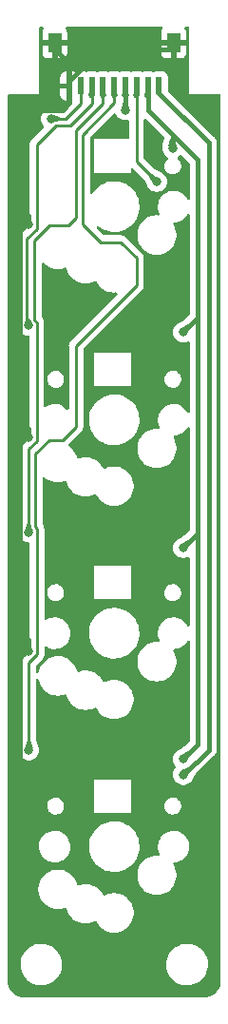
<source format=gtl>
G04 #@! TF.GenerationSoftware,KiCad,Pcbnew,7.0.8*
G04 #@! TF.CreationDate,2023-10-17T04:22:41-07:00*
G04 #@! TF.ProjectId,Seismos_4-Key,53656973-6d6f-4735-9f34-2d4b65792e6b,rev?*
G04 #@! TF.SameCoordinates,Original*
G04 #@! TF.FileFunction,Copper,L1,Top*
G04 #@! TF.FilePolarity,Positive*
%FSLAX46Y46*%
G04 Gerber Fmt 4.6, Leading zero omitted, Abs format (unit mm)*
G04 Created by KiCad (PCBNEW 7.0.8) date 2023-10-17 04:22:41*
%MOMM*%
%LPD*%
G01*
G04 APERTURE LIST*
G04 #@! TA.AperFunction,SMDPad,CuDef*
%ADD10R,0.600000X1.550000*%
G04 #@! TD*
G04 #@! TA.AperFunction,SMDPad,CuDef*
%ADD11R,1.200000X1.800000*%
G04 #@! TD*
G04 #@! TA.AperFunction,ViaPad*
%ADD12C,0.800000*%
G04 #@! TD*
G04 #@! TA.AperFunction,Conductor*
%ADD13C,0.381000*%
G04 #@! TD*
G04 #@! TA.AperFunction,Conductor*
%ADD14C,0.254000*%
G04 #@! TD*
G04 APERTURE END LIST*
D10*
X51000000Y-30275000D03*
X50000000Y-30275000D03*
X49000000Y-30275000D03*
X48000000Y-30275000D03*
X47000000Y-30275000D03*
X46000000Y-30275000D03*
X45000000Y-30275000D03*
X44000000Y-30275000D03*
X43000000Y-30275000D03*
D11*
X52300000Y-26400000D03*
X41700000Y-26400000D03*
D12*
X42575000Y-51600000D03*
X39400000Y-42600000D03*
X39400000Y-61600000D03*
X39400000Y-80600000D03*
X39400000Y-99400000D03*
X41400000Y-33200000D03*
X39400000Y-51600000D03*
X39400000Y-70000000D03*
X39400000Y-89400000D03*
X48000000Y-32400000D03*
X50800000Y-38800000D03*
X53160500Y-90200000D03*
X52200000Y-35800000D03*
X53160500Y-52200000D03*
X53160500Y-71400000D03*
X53160500Y-91600000D03*
D13*
X43000000Y-30875000D02*
X43000000Y-29800000D01*
X39400000Y-42600000D02*
X39400000Y-41800000D01*
X39400000Y-98600000D02*
X38600000Y-97800000D01*
X39400000Y-80600000D02*
X39400000Y-79600000D01*
X43000000Y-30875000D02*
X43000000Y-28300000D01*
X38600000Y-60000000D02*
X38600000Y-77450000D01*
X38600000Y-77450000D02*
X38600000Y-78800000D01*
X42400000Y-32400000D02*
X40000000Y-32400000D01*
X39400000Y-41800000D02*
X38600000Y-41000000D01*
X38600000Y-97800000D02*
X38600000Y-78800000D01*
X39400000Y-79600000D02*
X38600000Y-78800000D01*
X43000000Y-31800000D02*
X42400000Y-32400000D01*
X39400000Y-60800000D02*
X38600000Y-60000000D01*
X43000000Y-30875000D02*
X43000000Y-31800000D01*
X38600000Y-41000000D02*
X38600000Y-60000000D01*
X43000000Y-29800000D02*
X45800000Y-27000000D01*
X40000000Y-32400000D02*
X38600000Y-33800000D01*
X39400000Y-61600000D02*
X39400000Y-60800000D01*
X45800000Y-27000000D02*
X52300000Y-27000000D01*
X39400000Y-99400000D02*
X39400000Y-98600000D01*
X43000000Y-28300000D02*
X41700000Y-27000000D01*
X38600000Y-33800000D02*
X38600000Y-41000000D01*
D14*
X42650000Y-33200000D02*
X44000000Y-31850000D01*
X41400000Y-33200000D02*
X42650000Y-33200000D01*
X44000000Y-31850000D02*
X44000000Y-30875000D01*
X45000000Y-31850000D02*
X43050000Y-33800000D01*
X40100000Y-35500000D02*
X40100000Y-43000000D01*
X39200000Y-51400000D02*
X39400000Y-51600000D01*
X43050000Y-33800000D02*
X41800000Y-33800000D01*
X39200000Y-43900000D02*
X39200000Y-51400000D01*
X40100000Y-43000000D02*
X39200000Y-43900000D01*
X41800000Y-33800000D02*
X40100000Y-35500000D01*
X45000000Y-30875000D02*
X45000000Y-31850000D01*
X43600000Y-42000000D02*
X42900000Y-42700000D01*
X42900000Y-42700000D02*
X41200000Y-42700000D01*
X43600000Y-34250000D02*
X43600000Y-42000000D01*
X41200000Y-42700000D02*
X39900000Y-44000000D01*
X46000000Y-31850000D02*
X43600000Y-34250000D01*
X39900000Y-44000000D02*
X39900000Y-51110050D01*
X40100000Y-51310050D02*
X40100000Y-61900000D01*
X39900000Y-51110050D02*
X40100000Y-51310050D01*
X40100000Y-61900000D02*
X39400000Y-62600000D01*
X46000000Y-30875000D02*
X46000000Y-31850000D01*
X39400000Y-62600000D02*
X39400000Y-70000000D01*
X43600000Y-60600000D02*
X42400000Y-61800000D01*
X44200000Y-42600000D02*
X45800000Y-44200000D01*
X40127000Y-69698866D02*
X40127000Y-80901134D01*
X47000000Y-30875000D02*
X47000000Y-31800000D01*
X49000000Y-45600000D02*
X49000000Y-48000000D01*
X44200000Y-34600000D02*
X44200000Y-42600000D01*
X41200000Y-61800000D02*
X39975000Y-63025000D01*
X47000000Y-31800000D02*
X44200000Y-34600000D01*
X45800000Y-44200000D02*
X47600000Y-44200000D01*
X47600000Y-44200000D02*
X49000000Y-45600000D01*
X40127000Y-80901134D02*
X39400000Y-81628134D01*
X43600000Y-53400000D02*
X43600000Y-60600000D01*
X42400000Y-61800000D02*
X41200000Y-61800000D01*
X49000000Y-48000000D02*
X43600000Y-53400000D01*
X39400000Y-81628134D02*
X39400000Y-89400000D01*
X39975000Y-69546866D02*
X40127000Y-69698866D01*
X39975000Y-63025000D02*
X39975000Y-69546866D01*
D13*
X48000000Y-30275000D02*
X48000000Y-32400000D01*
D14*
X49000000Y-30875000D02*
X49000000Y-37000000D01*
X49000000Y-37000000D02*
X50800000Y-38800000D01*
D13*
X54450000Y-36850000D02*
X54450000Y-88910500D01*
X52200000Y-34600000D02*
X54450000Y-36850000D01*
X52200000Y-34600000D02*
X52200000Y-35800000D01*
X54450000Y-70110500D02*
X53160500Y-71400000D01*
X50000000Y-32400000D02*
X52200000Y-34600000D01*
X53160500Y-52200000D02*
X54450000Y-50910500D01*
X54450000Y-88910500D02*
X53160500Y-90200000D01*
X50000000Y-30875000D02*
X50000000Y-32400000D01*
X55425000Y-89375000D02*
X55425000Y-35300000D01*
X55425000Y-35300000D02*
X51000000Y-30875000D01*
X53160500Y-91600000D02*
X53200000Y-91600000D01*
X53200000Y-91600000D02*
X55425000Y-89375000D01*
G04 #@! TA.AperFunction,Conductor*
G36*
X49010700Y-30301714D02*
G01*
X49010913Y-30302228D01*
X49297983Y-31044782D01*
X49297770Y-31053734D01*
X49297205Y-31054846D01*
X49130376Y-31344145D01*
X49123275Y-31349600D01*
X49120241Y-31350000D01*
X48879759Y-31350000D01*
X48871486Y-31346573D01*
X48869624Y-31344145D01*
X48799347Y-31222279D01*
X48702793Y-31054844D01*
X48701629Y-31045967D01*
X48702009Y-31044803D01*
X48989087Y-30302227D01*
X48995267Y-30295747D01*
X49004219Y-30295534D01*
X49010700Y-30301714D01*
G37*
G04 #@! TD.AperFunction*
G04 #@! TA.AperFunction,Conductor*
G36*
X53597775Y-51505905D02*
G01*
X53854594Y-51762724D01*
X53858021Y-51770997D01*
X53856501Y-51776764D01*
X53535139Y-52344092D01*
X53528080Y-52349601D01*
X53520507Y-52349145D01*
X53164304Y-52202563D01*
X53157957Y-52196245D01*
X53157936Y-52196195D01*
X53011354Y-51839992D01*
X53011375Y-51831038D01*
X53016404Y-51825362D01*
X53583736Y-51503997D01*
X53592623Y-51502902D01*
X53597775Y-51505905D01*
G37*
G04 #@! TD.AperFunction*
G04 #@! TA.AperFunction,Conductor*
G36*
X52389871Y-35003427D02*
G01*
X52392874Y-35008579D01*
X52566798Y-35636979D01*
X52565702Y-35645867D01*
X52560024Y-35650899D01*
X52204502Y-35799123D01*
X52195548Y-35799144D01*
X52195498Y-35799123D01*
X51839975Y-35650899D01*
X51833657Y-35644552D01*
X51833201Y-35636979D01*
X52007126Y-35008579D01*
X52012635Y-35001520D01*
X52018402Y-35000000D01*
X52381598Y-35000000D01*
X52389871Y-35003427D01*
G37*
G04 #@! TD.AperFunction*
G04 #@! TA.AperFunction,Conductor*
G36*
X48189871Y-31603427D02*
G01*
X48192874Y-31608579D01*
X48366798Y-32236979D01*
X48365702Y-32245867D01*
X48360024Y-32250899D01*
X48004502Y-32399123D01*
X47995548Y-32399144D01*
X47995498Y-32399123D01*
X47639975Y-32250899D01*
X47633657Y-32244552D01*
X47633201Y-32236979D01*
X47807126Y-31608579D01*
X47812635Y-31601520D01*
X47818402Y-31600000D01*
X48181598Y-31600000D01*
X48189871Y-31603427D01*
G37*
G04 #@! TD.AperFunction*
G04 #@! TA.AperFunction,Conductor*
G36*
X39527165Y-88603427D02*
G01*
X39529847Y-88607593D01*
X39765591Y-89236362D01*
X39765287Y-89245311D01*
X39759138Y-89251268D01*
X39404502Y-89399123D01*
X39395548Y-89399144D01*
X39395498Y-89399123D01*
X39040861Y-89251268D01*
X39034543Y-89244921D01*
X39034408Y-89236364D01*
X39270153Y-88607592D01*
X39276266Y-88601049D01*
X39281108Y-88600000D01*
X39518892Y-88600000D01*
X39527165Y-88603427D01*
G37*
G04 #@! TD.AperFunction*
G04 #@! TA.AperFunction,Conductor*
G36*
X53613325Y-90929313D02*
G01*
X53870159Y-91186147D01*
X53873586Y-91194420D01*
X53871836Y-91200575D01*
X53535274Y-91744630D01*
X53528007Y-91749863D01*
X53520872Y-91749295D01*
X53164304Y-91602563D01*
X53157957Y-91596245D01*
X53157936Y-91596195D01*
X53011524Y-91240405D01*
X53011545Y-91231451D01*
X53017010Y-91225541D01*
X53599720Y-90927171D01*
X53608645Y-90926451D01*
X53613325Y-90929313D01*
G37*
G04 #@! TD.AperFunction*
G04 #@! TA.AperFunction,Conductor*
G36*
X46010700Y-30301714D02*
G01*
X46010913Y-30302228D01*
X46297983Y-31044782D01*
X46297770Y-31053734D01*
X46297205Y-31054846D01*
X46130376Y-31344145D01*
X46123275Y-31349600D01*
X46120241Y-31350000D01*
X45879759Y-31350000D01*
X45871486Y-31346573D01*
X45869624Y-31344145D01*
X45799347Y-31222279D01*
X45702793Y-31054844D01*
X45701629Y-31045967D01*
X45702009Y-31044803D01*
X45989087Y-30302227D01*
X45995267Y-30295747D01*
X46004219Y-30295534D01*
X46010700Y-30301714D01*
G37*
G04 #@! TD.AperFunction*
G04 #@! TA.AperFunction,Conductor*
G36*
X47010700Y-30301714D02*
G01*
X47010913Y-30302228D01*
X47297983Y-31044782D01*
X47297770Y-31053734D01*
X47297205Y-31054846D01*
X47130376Y-31344145D01*
X47123275Y-31349600D01*
X47120241Y-31350000D01*
X46879759Y-31350000D01*
X46871486Y-31346573D01*
X46869624Y-31344145D01*
X46799347Y-31222279D01*
X46702793Y-31054844D01*
X46701629Y-31045967D01*
X46702009Y-31044803D01*
X46989087Y-30302227D01*
X46995267Y-30295747D01*
X47004219Y-30295534D01*
X47010700Y-30301714D01*
G37*
G04 #@! TD.AperFunction*
G04 #@! TA.AperFunction,Conductor*
G36*
X39329567Y-50865230D02*
G01*
X39330513Y-50866299D01*
X39579185Y-51184512D01*
X39581488Y-51189684D01*
X39586679Y-51219121D01*
X39587503Y-51223789D01*
X39590809Y-51229515D01*
X39594050Y-51235130D01*
X39595218Y-51237950D01*
X39598606Y-51250593D01*
X39598607Y-51250594D01*
X39623379Y-51285972D01*
X39623653Y-51286403D01*
X39645250Y-51323810D01*
X39645251Y-51323811D01*
X39652347Y-51329765D01*
X39656482Y-51337708D01*
X39653790Y-51346248D01*
X39653115Y-51346986D01*
X39403441Y-51597545D01*
X39395174Y-51600987D01*
X39395124Y-51600987D01*
X39012881Y-51600032D01*
X39004616Y-51596584D01*
X39001210Y-51588303D01*
X39001266Y-51587194D01*
X39071957Y-50872352D01*
X39076181Y-50864456D01*
X39083600Y-50861803D01*
X39321294Y-50861803D01*
X39329567Y-50865230D01*
G37*
G04 #@! TD.AperFunction*
G04 #@! TA.AperFunction,Conductor*
G36*
X48010700Y-30301714D02*
G01*
X48010913Y-30302228D01*
X48298414Y-31045898D01*
X48298492Y-31054129D01*
X48193306Y-31342312D01*
X48187250Y-31348908D01*
X48182315Y-31350000D01*
X47817685Y-31350000D01*
X47809412Y-31346573D01*
X47806694Y-31342312D01*
X47701507Y-31054129D01*
X47701584Y-31045900D01*
X47989087Y-30302227D01*
X47995267Y-30295747D01*
X48004219Y-30295534D01*
X48010700Y-30301714D01*
G37*
G04 #@! TD.AperFunction*
G04 #@! TA.AperFunction,Conductor*
G36*
X50331495Y-38147866D02*
G01*
X50735419Y-38331498D01*
X50942801Y-38425778D01*
X50948914Y-38432322D01*
X50948779Y-38440881D01*
X50802563Y-38796195D01*
X50796245Y-38802542D01*
X50796195Y-38802563D01*
X50440881Y-38948779D01*
X50431927Y-38948758D01*
X50425778Y-38942801D01*
X50362023Y-38802563D01*
X50147866Y-38331496D01*
X50147563Y-38322549D01*
X50150243Y-38318385D01*
X50318384Y-38150244D01*
X50326656Y-38146818D01*
X50331495Y-38147866D01*
G37*
G04 #@! TD.AperFunction*
G04 #@! TA.AperFunction,Conductor*
G36*
X39527165Y-69203427D02*
G01*
X39529846Y-69207592D01*
X39646755Y-69519408D01*
X39647500Y-69523512D01*
X39647500Y-69532318D01*
X39647478Y-69532812D01*
X39646075Y-69548853D01*
X39643712Y-69575847D01*
X39643712Y-69575848D01*
X39654891Y-69617567D01*
X39655001Y-69618063D01*
X39662503Y-69660605D01*
X39665809Y-69666331D01*
X39669050Y-69671946D01*
X39670218Y-69674766D01*
X39673606Y-69687409D01*
X39673607Y-69687410D01*
X39698379Y-69722788D01*
X39698651Y-69723217D01*
X39720250Y-69760626D01*
X39742618Y-69779395D01*
X39746051Y-69784247D01*
X39765590Y-69836362D01*
X39765287Y-69845311D01*
X39759138Y-69851268D01*
X39404502Y-69999123D01*
X39395548Y-69999144D01*
X39395498Y-69999123D01*
X39040861Y-69851268D01*
X39034543Y-69844921D01*
X39034408Y-69836364D01*
X39270153Y-69207592D01*
X39276266Y-69201049D01*
X39281108Y-69200000D01*
X39518892Y-69200000D01*
X39527165Y-69203427D01*
G37*
G04 #@! TD.AperFunction*
G04 #@! TA.AperFunction,Conductor*
G36*
X53597775Y-70705905D02*
G01*
X53854594Y-70962724D01*
X53858021Y-70970997D01*
X53856501Y-70976764D01*
X53535139Y-71544092D01*
X53528080Y-71549601D01*
X53520507Y-71549145D01*
X53164304Y-71402563D01*
X53157957Y-71396245D01*
X53157936Y-71396195D01*
X53011354Y-71039992D01*
X53011375Y-71031038D01*
X53016404Y-71025362D01*
X53583736Y-70703997D01*
X53592623Y-70702902D01*
X53597775Y-70705905D01*
G37*
G04 #@! TD.AperFunction*
G04 #@! TA.AperFunction,Conductor*
G36*
X50010700Y-30301714D02*
G01*
X50010913Y-30302228D01*
X50298414Y-31045898D01*
X50298492Y-31054129D01*
X50193306Y-31342312D01*
X50187250Y-31348908D01*
X50182315Y-31350000D01*
X49817685Y-31350000D01*
X49809412Y-31346573D01*
X49806694Y-31342312D01*
X49701507Y-31054129D01*
X49701584Y-31045900D01*
X49989087Y-30302227D01*
X49995267Y-30295747D01*
X50004219Y-30295534D01*
X50010700Y-30301714D01*
G37*
G04 #@! TD.AperFunction*
G04 #@! TA.AperFunction,Conductor*
G36*
X42192407Y-33070153D02*
G01*
X42198951Y-33076266D01*
X42200000Y-33081108D01*
X42200000Y-33318891D01*
X42196573Y-33327164D01*
X42192407Y-33329846D01*
X41814858Y-33471399D01*
X41809731Y-33472099D01*
X41771019Y-33468712D01*
X41771017Y-33468712D01*
X41729297Y-33479891D01*
X41728796Y-33480002D01*
X41686261Y-33487503D01*
X41682585Y-33489624D01*
X41674918Y-33494050D01*
X41672100Y-33495217D01*
X41659458Y-33498605D01*
X41659452Y-33498608D01*
X41624075Y-33523379D01*
X41623645Y-33523653D01*
X41586244Y-33545246D01*
X41586238Y-33545252D01*
X41573687Y-33560208D01*
X41568832Y-33563642D01*
X41563636Y-33565590D01*
X41554687Y-33565286D01*
X41548731Y-33559138D01*
X41400875Y-33204499D01*
X41400855Y-33195550D01*
X41548732Y-32840859D01*
X41555078Y-32834543D01*
X41563635Y-32834408D01*
X42192407Y-33070153D01*
G37*
G04 #@! TD.AperFunction*
G04 #@! TA.AperFunction,Conductor*
G36*
X45010700Y-30301714D02*
G01*
X45010913Y-30302228D01*
X45297983Y-31044782D01*
X45297770Y-31053734D01*
X45297205Y-31054846D01*
X45130376Y-31344145D01*
X45123275Y-31349600D01*
X45120241Y-31350000D01*
X44879759Y-31350000D01*
X44871486Y-31346573D01*
X44869624Y-31344145D01*
X44799347Y-31222279D01*
X44702793Y-31054844D01*
X44701629Y-31045967D01*
X44702009Y-31044803D01*
X44989087Y-30302227D01*
X44995267Y-30295747D01*
X45004219Y-30295534D01*
X45010700Y-30301714D01*
G37*
G04 #@! TD.AperFunction*
G04 #@! TA.AperFunction,Conductor*
G36*
X53597775Y-89505905D02*
G01*
X53854594Y-89762724D01*
X53858021Y-89770997D01*
X53856501Y-89776764D01*
X53535139Y-90344092D01*
X53528080Y-90349601D01*
X53520507Y-90349145D01*
X53164304Y-90202563D01*
X53157957Y-90196245D01*
X53157936Y-90196195D01*
X53011354Y-89839992D01*
X53011375Y-89831038D01*
X53016404Y-89825362D01*
X53583736Y-89503997D01*
X53592623Y-89502902D01*
X53597775Y-89505905D01*
G37*
G04 #@! TD.AperFunction*
G04 #@! TA.AperFunction,Conductor*
G36*
X40740703Y-46017488D02*
G01*
X40750399Y-46026861D01*
X40806010Y-46086797D01*
X40806012Y-46086799D01*
X40806017Y-46086803D01*
X40806019Y-46086805D01*
X41011143Y-46250386D01*
X41238357Y-46381568D01*
X41482584Y-46477420D01*
X41738370Y-46535802D01*
X41738376Y-46535802D01*
X41738379Y-46535803D01*
X41934500Y-46550500D01*
X41934506Y-46550500D01*
X42065500Y-46550500D01*
X42261620Y-46535803D01*
X42261622Y-46535802D01*
X42261630Y-46535802D01*
X42517416Y-46477420D01*
X42601111Y-46444571D01*
X42670705Y-46438403D01*
X42732588Y-46470840D01*
X42764900Y-46523448D01*
X42825937Y-46721323D01*
X42825938Y-46721326D01*
X42939767Y-46957696D01*
X42939768Y-46957697D01*
X42939770Y-46957700D01*
X42939772Y-46957704D01*
X43087567Y-47174479D01*
X43266014Y-47366801D01*
X43266018Y-47366804D01*
X43266019Y-47366805D01*
X43471143Y-47530386D01*
X43698357Y-47661568D01*
X43942584Y-47757420D01*
X44198370Y-47815802D01*
X44198376Y-47815802D01*
X44198379Y-47815803D01*
X44394500Y-47830500D01*
X44394506Y-47830500D01*
X44525500Y-47830500D01*
X44721620Y-47815803D01*
X44721622Y-47815802D01*
X44721630Y-47815802D01*
X44977416Y-47757420D01*
X45221643Y-47661568D01*
X45221646Y-47661566D01*
X45221647Y-47661566D01*
X45264118Y-47637045D01*
X45332018Y-47620571D01*
X45398045Y-47643423D01*
X45437839Y-47690630D01*
X45479767Y-47777695D01*
X45479768Y-47777697D01*
X45479770Y-47777700D01*
X45479772Y-47777704D01*
X45505747Y-47815802D01*
X45627567Y-47994479D01*
X45806014Y-48186801D01*
X45806018Y-48186804D01*
X45806019Y-48186805D01*
X46011143Y-48350386D01*
X46238357Y-48481568D01*
X46482584Y-48577420D01*
X46738370Y-48635802D01*
X46738376Y-48635802D01*
X46738379Y-48635803D01*
X46934500Y-48650500D01*
X46934506Y-48650500D01*
X47065499Y-48650500D01*
X47111596Y-48647045D01*
X47148720Y-48644263D01*
X47217043Y-48658882D01*
X47266616Y-48708119D01*
X47281700Y-48776340D01*
X47257507Y-48841888D01*
X47245668Y-48855597D01*
X43209921Y-52891344D01*
X43197531Y-52901272D01*
X43197702Y-52901479D01*
X43191696Y-52906447D01*
X43166878Y-52932875D01*
X43143573Y-52957693D01*
X43136503Y-52964763D01*
X43122365Y-52978900D01*
X43122363Y-52978902D01*
X43118008Y-52984516D01*
X43114218Y-52988953D01*
X43081782Y-53023494D01*
X43081781Y-53023496D01*
X43071900Y-53041468D01*
X43061225Y-53057719D01*
X43048652Y-53073929D01*
X43048649Y-53073933D01*
X43029827Y-53117428D01*
X43027257Y-53122674D01*
X43004430Y-53164197D01*
X42999329Y-53184064D01*
X42993030Y-53202462D01*
X42984884Y-53221287D01*
X42984881Y-53221296D01*
X42977469Y-53268098D01*
X42976284Y-53273820D01*
X42964500Y-53319711D01*
X42964500Y-53340225D01*
X42962973Y-53359624D01*
X42959765Y-53379877D01*
X42964225Y-53427059D01*
X42964500Y-53432897D01*
X42964500Y-58988370D01*
X42944815Y-59055409D01*
X42892011Y-59101164D01*
X42822853Y-59111108D01*
X42759297Y-59082083D01*
X42747417Y-59070294D01*
X42672564Y-58985245D01*
X42586845Y-58916032D01*
X42487080Y-58835477D01*
X42373130Y-58771820D01*
X42278955Y-58719210D01*
X42054170Y-58639788D01*
X41819209Y-58599500D01*
X41819200Y-58599500D01*
X41640503Y-58599500D01*
X41640498Y-58599500D01*
X41462463Y-58614652D01*
X41231751Y-58674724D01*
X41014519Y-58772919D01*
X41014505Y-58772927D01*
X40928936Y-58830762D01*
X40862371Y-58851994D01*
X40794893Y-58833866D01*
X40747928Y-58782136D01*
X40735500Y-58728027D01*
X40735500Y-56428133D01*
X41025668Y-56428133D01*
X41041058Y-56515410D01*
X41056135Y-56600911D01*
X41125623Y-56762004D01*
X41125624Y-56762006D01*
X41125626Y-56762009D01*
X41180278Y-56835418D01*
X41230390Y-56902730D01*
X41364786Y-57015502D01*
X41442488Y-57054525D01*
X41521562Y-57094238D01*
X41521563Y-57094238D01*
X41521567Y-57094240D01*
X41692279Y-57134700D01*
X41692282Y-57134700D01*
X41823701Y-57134700D01*
X41823709Y-57134700D01*
X41954255Y-57119441D01*
X42119117Y-57059437D01*
X42265696Y-56963030D01*
X42386092Y-56835418D01*
X42473812Y-56683481D01*
X42524130Y-56515410D01*
X42534331Y-56340265D01*
X42503865Y-56167489D01*
X42434377Y-56006396D01*
X42329610Y-55865670D01*
X42257747Y-55805370D01*
X42195214Y-55752898D01*
X42195212Y-55752897D01*
X42038437Y-55674161D01*
X42038433Y-55674160D01*
X41867721Y-55633700D01*
X41736291Y-55633700D01*
X41631854Y-55645907D01*
X41605743Y-55648959D01*
X41605740Y-55648960D01*
X41440884Y-55708962D01*
X41440880Y-55708964D01*
X41294306Y-55805367D01*
X41294305Y-55805368D01*
X41173910Y-55932978D01*
X41086188Y-56084918D01*
X41035870Y-56252989D01*
X41035869Y-56252994D01*
X41025668Y-56428133D01*
X40735500Y-56428133D01*
X40735500Y-51393901D01*
X40737242Y-51378119D01*
X40736975Y-51378094D01*
X40737707Y-51370338D01*
X40737709Y-51370331D01*
X40735500Y-51300046D01*
X40735500Y-51270067D01*
X40734610Y-51263032D01*
X40734153Y-51257214D01*
X40732665Y-51209845D01*
X40726941Y-51190143D01*
X40722997Y-51171099D01*
X40720427Y-51150751D01*
X40702973Y-51106668D01*
X40701098Y-51101192D01*
X40687869Y-51055657D01*
X40687868Y-51055656D01*
X40687868Y-51055654D01*
X40677428Y-51038002D01*
X40668869Y-51020532D01*
X40661319Y-51001462D01*
X40633468Y-50963130D01*
X40630261Y-50958247D01*
X40620526Y-50941786D01*
X40606135Y-50917452D01*
X40606133Y-50917450D01*
X40606128Y-50917444D01*
X40591633Y-50902949D01*
X40578995Y-50888153D01*
X40562356Y-50865251D01*
X40564104Y-50863980D01*
X40537566Y-50811525D01*
X40535500Y-50788985D01*
X40535500Y-46111201D01*
X40555185Y-46044162D01*
X40607989Y-45998407D01*
X40677147Y-45988463D01*
X40740703Y-46017488D01*
G37*
G04 #@! TD.AperFunction*
G04 #@! TA.AperFunction,Conductor*
G36*
X40668662Y-25020185D02*
G01*
X40714417Y-25072989D01*
X40724361Y-25142147D01*
X40700889Y-25198812D01*
X40656647Y-25257910D01*
X40656645Y-25257913D01*
X40606403Y-25392620D01*
X40606401Y-25392627D01*
X40600000Y-25452155D01*
X40600000Y-26150000D01*
X42800000Y-26150000D01*
X42800000Y-25452172D01*
X42799999Y-25452155D01*
X42793598Y-25392627D01*
X42793596Y-25392620D01*
X42743354Y-25257913D01*
X42743352Y-25257910D01*
X42699111Y-25198812D01*
X42674693Y-25133348D01*
X42689544Y-25065074D01*
X42738949Y-25015669D01*
X42798377Y-25000500D01*
X51201623Y-25000500D01*
X51268662Y-25020185D01*
X51314417Y-25072989D01*
X51324361Y-25142147D01*
X51300889Y-25198812D01*
X51256647Y-25257910D01*
X51256645Y-25257913D01*
X51206403Y-25392620D01*
X51206401Y-25392627D01*
X51200000Y-25452155D01*
X51200000Y-26150000D01*
X53400000Y-26150000D01*
X53400000Y-25452172D01*
X53399999Y-25452155D01*
X53393598Y-25392627D01*
X53393596Y-25392620D01*
X53343354Y-25257913D01*
X53343352Y-25257910D01*
X53299111Y-25198812D01*
X53274693Y-25133348D01*
X53289544Y-25065074D01*
X53338949Y-25015669D01*
X53398377Y-25000500D01*
X53575500Y-25000500D01*
X53642539Y-25020185D01*
X53688294Y-25072989D01*
X53699500Y-25124500D01*
X53699500Y-30975467D01*
X53699416Y-30975889D01*
X53699459Y-31000001D01*
X53699500Y-31000099D01*
X53699616Y-31000382D01*
X53699618Y-31000384D01*
X53699808Y-31000462D01*
X53700000Y-31000541D01*
X53700002Y-31000539D01*
X53724616Y-31000524D01*
X53724616Y-31000528D01*
X53724760Y-31000500D01*
X56375500Y-31000500D01*
X56442539Y-31020185D01*
X56488294Y-31072989D01*
X56499500Y-31124500D01*
X56499500Y-109937121D01*
X56499342Y-109941547D01*
X56494397Y-110010658D01*
X56483002Y-110155690D01*
X56481774Y-110164023D01*
X56460700Y-110260899D01*
X56433250Y-110375226D01*
X56431051Y-110382426D01*
X56394610Y-110480124D01*
X56351227Y-110584852D01*
X56348361Y-110590842D01*
X56298058Y-110682963D01*
X56296505Y-110685646D01*
X56238774Y-110779849D01*
X56235543Y-110784611D01*
X56172178Y-110869254D01*
X56169689Y-110872365D01*
X56098352Y-110955888D01*
X56095046Y-110959464D01*
X56020139Y-111034368D01*
X56016563Y-111037674D01*
X55933016Y-111109028D01*
X55929905Y-111111517D01*
X55845299Y-111174851D01*
X55840536Y-111178083D01*
X55746279Y-111235843D01*
X55743596Y-111237397D01*
X55651513Y-111287676D01*
X55645522Y-111290541D01*
X55540768Y-111333932D01*
X55538583Y-111334748D01*
X55443100Y-111370359D01*
X55435902Y-111372556D01*
X55321544Y-111400012D01*
X55224667Y-111421086D01*
X55216344Y-111422313D01*
X55075209Y-111433421D01*
X55001648Y-111438682D01*
X54997224Y-111438840D01*
X39002214Y-111438840D01*
X38997792Y-111438682D01*
X38931965Y-111433974D01*
X38783087Y-111422231D01*
X38774774Y-111421004D01*
X38682069Y-111400838D01*
X38563469Y-111372365D01*
X38556269Y-111370167D01*
X38461307Y-111334748D01*
X38354577Y-111290541D01*
X38353804Y-111290221D01*
X38347817Y-111287356D01*
X38257765Y-111238184D01*
X38255084Y-111236632D01*
X38158762Y-111177608D01*
X38153999Y-111174376D01*
X38071048Y-111112281D01*
X38067952Y-111109805D01*
X37982688Y-111036984D01*
X37979123Y-111033689D01*
X37905639Y-110960205D01*
X37902333Y-110956629D01*
X37868050Y-110916490D01*
X37829525Y-110871384D01*
X37827039Y-110868277D01*
X37764945Y-110785331D01*
X37761719Y-110780577D01*
X37702662Y-110684210D01*
X37701143Y-110681586D01*
X37651958Y-110591513D01*
X37649093Y-110585524D01*
X37604569Y-110478041D01*
X37599725Y-110465054D01*
X37569131Y-110383036D01*
X37566952Y-110375897D01*
X37538465Y-110257251D01*
X37533193Y-110233020D01*
X37518302Y-110164575D01*
X37517078Y-110156269D01*
X37505041Y-110003380D01*
X37500658Y-109942119D01*
X37500500Y-109937694D01*
X37500500Y-108567763D01*
X38645787Y-108567763D01*
X38675413Y-108837013D01*
X38675415Y-108837024D01*
X38743926Y-109099082D01*
X38743928Y-109099088D01*
X38849870Y-109348390D01*
X38921998Y-109466575D01*
X38990979Y-109579605D01*
X38990986Y-109579615D01*
X39164253Y-109787819D01*
X39164259Y-109787824D01*
X39365998Y-109968582D01*
X39591910Y-110118044D01*
X39837176Y-110233020D01*
X39837183Y-110233022D01*
X39837185Y-110233023D01*
X40096557Y-110311057D01*
X40096564Y-110311058D01*
X40096569Y-110311060D01*
X40364561Y-110350500D01*
X40364566Y-110350500D01*
X40567636Y-110350500D01*
X40619133Y-110346730D01*
X40770156Y-110335677D01*
X40882758Y-110310593D01*
X41034546Y-110276782D01*
X41034548Y-110276781D01*
X41034553Y-110276780D01*
X41287558Y-110180014D01*
X41523777Y-110047441D01*
X41738177Y-109881888D01*
X41926186Y-109686881D01*
X42083799Y-109466579D01*
X42157787Y-109322669D01*
X42207649Y-109225690D01*
X42207651Y-109225684D01*
X42207656Y-109225675D01*
X42295118Y-108969305D01*
X42344319Y-108702933D01*
X42349259Y-108567763D01*
X51645787Y-108567763D01*
X51675413Y-108837013D01*
X51675415Y-108837024D01*
X51743926Y-109099082D01*
X51743928Y-109099088D01*
X51849870Y-109348390D01*
X51921998Y-109466575D01*
X51990979Y-109579605D01*
X51990986Y-109579615D01*
X52164253Y-109787819D01*
X52164259Y-109787824D01*
X52365998Y-109968582D01*
X52591910Y-110118044D01*
X52837176Y-110233020D01*
X52837183Y-110233022D01*
X52837185Y-110233023D01*
X53096557Y-110311057D01*
X53096564Y-110311058D01*
X53096569Y-110311060D01*
X53364561Y-110350500D01*
X53364566Y-110350500D01*
X53567636Y-110350500D01*
X53619133Y-110346730D01*
X53770156Y-110335677D01*
X53882758Y-110310593D01*
X54034546Y-110276782D01*
X54034548Y-110276781D01*
X54034553Y-110276780D01*
X54287558Y-110180014D01*
X54523777Y-110047441D01*
X54738177Y-109881888D01*
X54926186Y-109686881D01*
X55083799Y-109466579D01*
X55157787Y-109322669D01*
X55207649Y-109225690D01*
X55207651Y-109225684D01*
X55207656Y-109225675D01*
X55295118Y-108969305D01*
X55344319Y-108702933D01*
X55354212Y-108432235D01*
X55324586Y-108162982D01*
X55256072Y-107900912D01*
X55150130Y-107651610D01*
X55009018Y-107420390D01*
X54919747Y-107313119D01*
X54835746Y-107212180D01*
X54835740Y-107212175D01*
X54634002Y-107031418D01*
X54408092Y-106881957D01*
X54408090Y-106881956D01*
X54162824Y-106766980D01*
X54162819Y-106766978D01*
X54162814Y-106766976D01*
X53903442Y-106688942D01*
X53903428Y-106688939D01*
X53787791Y-106671921D01*
X53635439Y-106649500D01*
X53432369Y-106649500D01*
X53432364Y-106649500D01*
X53229844Y-106664323D01*
X53229831Y-106664325D01*
X52965453Y-106723217D01*
X52965446Y-106723220D01*
X52712439Y-106819987D01*
X52476226Y-106952557D01*
X52261822Y-107118112D01*
X52073822Y-107313109D01*
X52073816Y-107313116D01*
X51916202Y-107533419D01*
X51916199Y-107533424D01*
X51792350Y-107774309D01*
X51792343Y-107774327D01*
X51704884Y-108030685D01*
X51704881Y-108030699D01*
X51655681Y-108297068D01*
X51655680Y-108297075D01*
X51645787Y-108567763D01*
X42349259Y-108567763D01*
X42354212Y-108432235D01*
X42324586Y-108162982D01*
X42256072Y-107900912D01*
X42150130Y-107651610D01*
X42009018Y-107420390D01*
X41919747Y-107313119D01*
X41835746Y-107212180D01*
X41835740Y-107212175D01*
X41634002Y-107031418D01*
X41408092Y-106881957D01*
X41408090Y-106881956D01*
X41162824Y-106766980D01*
X41162819Y-106766978D01*
X41162814Y-106766976D01*
X40903442Y-106688942D01*
X40903428Y-106688939D01*
X40787791Y-106671921D01*
X40635439Y-106649500D01*
X40432369Y-106649500D01*
X40432364Y-106649500D01*
X40229844Y-106664323D01*
X40229831Y-106664325D01*
X39965453Y-106723217D01*
X39965446Y-106723220D01*
X39712439Y-106819987D01*
X39476226Y-106952557D01*
X39261822Y-107118112D01*
X39073822Y-107313109D01*
X39073816Y-107313116D01*
X38916202Y-107533419D01*
X38916199Y-107533424D01*
X38792350Y-107774309D01*
X38792343Y-107774327D01*
X38704884Y-108030685D01*
X38704881Y-108030699D01*
X38655681Y-108297068D01*
X38655680Y-108297075D01*
X38645787Y-108567763D01*
X37500500Y-108567763D01*
X37500500Y-101931187D01*
X40249500Y-101931187D01*
X40269794Y-102065823D01*
X40288604Y-102190615D01*
X40288605Y-102190617D01*
X40288606Y-102190623D01*
X40365938Y-102441326D01*
X40479767Y-102677696D01*
X40479768Y-102677697D01*
X40479770Y-102677700D01*
X40479772Y-102677704D01*
X40627567Y-102894479D01*
X40806014Y-103086801D01*
X40806018Y-103086804D01*
X40806019Y-103086805D01*
X41011143Y-103250386D01*
X41238357Y-103381568D01*
X41482584Y-103477420D01*
X41738370Y-103535802D01*
X41738376Y-103535802D01*
X41738379Y-103535803D01*
X41934500Y-103550500D01*
X41934506Y-103550500D01*
X42065500Y-103550500D01*
X42261620Y-103535803D01*
X42261622Y-103535802D01*
X42261630Y-103535802D01*
X42517416Y-103477420D01*
X42601111Y-103444571D01*
X42670705Y-103438403D01*
X42732588Y-103470840D01*
X42764900Y-103523448D01*
X42825937Y-103721323D01*
X42825938Y-103721326D01*
X42939767Y-103957696D01*
X42939768Y-103957697D01*
X42939770Y-103957700D01*
X42939772Y-103957704D01*
X42989869Y-104031182D01*
X43087567Y-104174479D01*
X43266014Y-104366801D01*
X43266018Y-104366804D01*
X43266019Y-104366805D01*
X43471143Y-104530386D01*
X43698357Y-104661568D01*
X43942584Y-104757420D01*
X44198370Y-104815802D01*
X44198376Y-104815802D01*
X44198379Y-104815803D01*
X44394500Y-104830500D01*
X44394506Y-104830500D01*
X44525500Y-104830500D01*
X44721620Y-104815803D01*
X44721622Y-104815802D01*
X44721630Y-104815802D01*
X44977416Y-104757420D01*
X45221643Y-104661568D01*
X45221646Y-104661566D01*
X45221647Y-104661566D01*
X45264118Y-104637045D01*
X45332018Y-104620571D01*
X45398045Y-104643423D01*
X45437839Y-104690630D01*
X45479767Y-104777695D01*
X45479768Y-104777697D01*
X45479770Y-104777700D01*
X45479772Y-104777704D01*
X45505747Y-104815802D01*
X45627567Y-104994479D01*
X45806014Y-105186801D01*
X45806018Y-105186804D01*
X45806019Y-105186805D01*
X46011143Y-105350386D01*
X46238357Y-105481568D01*
X46482584Y-105577420D01*
X46738370Y-105635802D01*
X46738376Y-105635802D01*
X46738379Y-105635803D01*
X46934500Y-105650500D01*
X46934506Y-105650500D01*
X47065500Y-105650500D01*
X47261620Y-105635803D01*
X47261622Y-105635802D01*
X47261630Y-105635802D01*
X47517416Y-105577420D01*
X47761643Y-105481568D01*
X47988857Y-105350386D01*
X48193981Y-105186805D01*
X48372433Y-104994479D01*
X48520228Y-104777704D01*
X48634063Y-104541323D01*
X48711396Y-104290615D01*
X48750500Y-104031182D01*
X48750500Y-103768818D01*
X48711396Y-103509385D01*
X48634063Y-103258677D01*
X48551292Y-103086801D01*
X48520232Y-103022303D01*
X48520231Y-103022302D01*
X48520230Y-103022301D01*
X48520228Y-103022296D01*
X48372433Y-102805521D01*
X48362441Y-102794753D01*
X48193985Y-102613198D01*
X48154533Y-102581736D01*
X47988857Y-102449614D01*
X47761643Y-102318432D01*
X47517416Y-102222580D01*
X47517411Y-102222578D01*
X47517402Y-102222576D01*
X47299818Y-102172914D01*
X47261630Y-102164198D01*
X47261629Y-102164197D01*
X47261625Y-102164197D01*
X47261620Y-102164196D01*
X47065500Y-102149500D01*
X47065494Y-102149500D01*
X46934506Y-102149500D01*
X46934500Y-102149500D01*
X46738379Y-102164196D01*
X46738374Y-102164197D01*
X46482597Y-102222576D01*
X46482578Y-102222582D01*
X46238363Y-102318429D01*
X46238357Y-102318432D01*
X46195877Y-102342957D01*
X46127977Y-102359427D01*
X46061951Y-102336574D01*
X46022160Y-102289369D01*
X45980232Y-102202303D01*
X45980231Y-102202302D01*
X45980230Y-102202301D01*
X45980228Y-102202296D01*
X45832433Y-101985521D01*
X45782014Y-101931182D01*
X45653985Y-101793198D01*
X45498017Y-101668818D01*
X45448857Y-101629614D01*
X45221643Y-101498432D01*
X44977416Y-101402580D01*
X44977411Y-101402578D01*
X44977402Y-101402576D01*
X44759818Y-101352914D01*
X44721630Y-101344198D01*
X44721629Y-101344197D01*
X44721625Y-101344197D01*
X44721620Y-101344196D01*
X44525500Y-101329500D01*
X44525494Y-101329500D01*
X44394506Y-101329500D01*
X44394500Y-101329500D01*
X44198379Y-101344196D01*
X44198374Y-101344197D01*
X43942585Y-101402579D01*
X43858890Y-101435426D01*
X43789293Y-101441593D01*
X43727410Y-101409155D01*
X43695098Y-101356547D01*
X43641048Y-101181323D01*
X43634063Y-101158677D01*
X43622121Y-101133880D01*
X43520232Y-100922303D01*
X43520231Y-100922302D01*
X43520230Y-100922301D01*
X43520228Y-100922296D01*
X43372433Y-100705521D01*
X43340576Y-100671187D01*
X49059500Y-100671187D01*
X49079794Y-100805823D01*
X49098604Y-100930615D01*
X49098605Y-100930617D01*
X49098606Y-100930623D01*
X49175938Y-101181326D01*
X49289767Y-101417696D01*
X49289768Y-101417697D01*
X49289770Y-101417700D01*
X49289772Y-101417704D01*
X49338126Y-101488626D01*
X49437567Y-101634479D01*
X49616014Y-101826801D01*
X49616018Y-101826804D01*
X49616019Y-101826805D01*
X49821143Y-101990386D01*
X50048357Y-102121568D01*
X50292584Y-102217420D01*
X50548370Y-102275802D01*
X50548376Y-102275802D01*
X50548379Y-102275803D01*
X50744500Y-102290500D01*
X50744506Y-102290500D01*
X50875500Y-102290500D01*
X51071620Y-102275803D01*
X51071622Y-102275802D01*
X51071630Y-102275802D01*
X51327416Y-102217420D01*
X51571643Y-102121568D01*
X51798857Y-101990386D01*
X52003981Y-101826805D01*
X52035167Y-101793195D01*
X52043945Y-101783733D01*
X52182433Y-101634479D01*
X52330228Y-101417704D01*
X52444063Y-101181323D01*
X52521396Y-100930615D01*
X52560500Y-100671182D01*
X52560500Y-100408818D01*
X52521396Y-100149385D01*
X52444063Y-99898677D01*
X52382165Y-99770144D01*
X52330232Y-99662303D01*
X52330225Y-99662292D01*
X52282720Y-99592615D01*
X52261219Y-99526136D01*
X52279073Y-99458586D01*
X52330613Y-99411411D01*
X52374657Y-99399210D01*
X52537536Y-99385347D01*
X52537539Y-99385346D01*
X52537541Y-99385346D01*
X52768249Y-99325275D01*
X52927707Y-99253195D01*
X52985480Y-99227080D01*
X52985481Y-99227078D01*
X52985486Y-99227077D01*
X53183003Y-99093579D01*
X53355118Y-98928621D01*
X53496879Y-98736947D01*
X53604207Y-98524074D01*
X53674016Y-98296123D01*
X53704298Y-98059654D01*
X53694180Y-97821468D01*
X53683999Y-97774230D01*
X53643954Y-97588419D01*
X53555064Y-97367211D01*
X53555064Y-97367210D01*
X53430069Y-97164205D01*
X53272564Y-96985245D01*
X53087080Y-96835477D01*
X52973130Y-96771820D01*
X52878955Y-96719210D01*
X52654170Y-96639788D01*
X52419209Y-96599500D01*
X52419200Y-96599500D01*
X52240503Y-96599500D01*
X52240498Y-96599500D01*
X52062463Y-96614652D01*
X51831751Y-96674724D01*
X51614519Y-96772919D01*
X51614511Y-96772924D01*
X51417006Y-96906413D01*
X51416997Y-96906421D01*
X51244881Y-97071379D01*
X51103123Y-97263050D01*
X51103120Y-97263054D01*
X50995796Y-97475920D01*
X50995793Y-97475926D01*
X50925983Y-97703878D01*
X50895702Y-97940346D01*
X50905819Y-98178528D01*
X50905819Y-98178532D01*
X50956046Y-98411582D01*
X50956046Y-98411583D01*
X51040876Y-98622689D01*
X51047607Y-98692233D01*
X51015671Y-98754377D01*
X50955207Y-98789390D01*
X50916552Y-98792576D01*
X50875500Y-98789500D01*
X50875494Y-98789500D01*
X50744506Y-98789500D01*
X50744500Y-98789500D01*
X50548379Y-98804196D01*
X50548374Y-98804197D01*
X50292597Y-98862576D01*
X50292578Y-98862582D01*
X50048356Y-98958432D01*
X49821143Y-99089614D01*
X49616014Y-99253198D01*
X49437567Y-99445520D01*
X49289768Y-99662302D01*
X49289767Y-99662303D01*
X49175938Y-99898673D01*
X49098606Y-100149376D01*
X49098605Y-100149381D01*
X49098604Y-100149385D01*
X49088197Y-100218432D01*
X49059500Y-100408812D01*
X49059500Y-100671187D01*
X43340576Y-100671187D01*
X43340571Y-100671182D01*
X43193985Y-100513198D01*
X43063095Y-100408817D01*
X42988857Y-100349614D01*
X42761643Y-100218432D01*
X42517416Y-100122580D01*
X42517411Y-100122578D01*
X42517402Y-100122576D01*
X42299818Y-100072914D01*
X42261630Y-100064198D01*
X42261629Y-100064197D01*
X42261625Y-100064197D01*
X42261620Y-100064196D01*
X42065500Y-100049500D01*
X42065494Y-100049500D01*
X41934506Y-100049500D01*
X41934500Y-100049500D01*
X41738379Y-100064196D01*
X41738374Y-100064197D01*
X41482597Y-100122576D01*
X41482578Y-100122582D01*
X41238356Y-100218432D01*
X41011143Y-100349614D01*
X40806014Y-100513198D01*
X40627567Y-100705520D01*
X40479768Y-100922302D01*
X40479767Y-100922303D01*
X40365938Y-101158673D01*
X40288606Y-101409376D01*
X40288605Y-101409381D01*
X40288604Y-101409385D01*
X40276660Y-101488626D01*
X40249500Y-101668812D01*
X40249500Y-101931187D01*
X37500500Y-101931187D01*
X37500500Y-97940346D01*
X40295702Y-97940346D01*
X40305819Y-98178528D01*
X40305819Y-98178532D01*
X40356045Y-98411580D01*
X40440877Y-98622689D01*
X40444936Y-98632790D01*
X40569931Y-98835795D01*
X40727436Y-99014755D01*
X40912920Y-99164523D01*
X41121046Y-99280790D01*
X41246951Y-99325275D01*
X41345829Y-99360211D01*
X41580790Y-99400499D01*
X41580798Y-99400499D01*
X41580800Y-99400500D01*
X41580801Y-99400500D01*
X41759502Y-99400500D01*
X41937536Y-99385347D01*
X41937539Y-99385346D01*
X41937541Y-99385346D01*
X42168249Y-99325275D01*
X42327707Y-99253195D01*
X42385480Y-99227080D01*
X42385481Y-99227078D01*
X42385486Y-99227077D01*
X42583003Y-99093579D01*
X42755118Y-98928621D01*
X42896879Y-98736947D01*
X43004207Y-98524074D01*
X43074016Y-98296123D01*
X43102285Y-98075373D01*
X44745723Y-98075373D01*
X44775881Y-98375160D01*
X44775882Y-98375162D01*
X44845728Y-98668252D01*
X44845733Y-98668266D01*
X44954020Y-98949427D01*
X44954024Y-98949436D01*
X45098825Y-99213665D01*
X45098829Y-99213671D01*
X45206801Y-99360211D01*
X45277554Y-99456238D01*
X45277561Y-99456245D01*
X45487019Y-99672823D01*
X45723478Y-99859553D01*
X45723480Y-99859554D01*
X45723485Y-99859558D01*
X45982730Y-100013109D01*
X46260128Y-100130736D01*
X46550729Y-100210340D01*
X46849347Y-100250500D01*
X46849351Y-100250500D01*
X47075252Y-100250500D01*
X47239164Y-100239526D01*
X47300634Y-100235412D01*
X47595903Y-100175396D01*
X47880537Y-100076560D01*
X48149459Y-99940668D01*
X48397869Y-99770144D01*
X48621333Y-99568032D01*
X48815865Y-99337939D01*
X48977993Y-99083970D01*
X49104823Y-98810658D01*
X49194093Y-98522879D01*
X49244209Y-98225770D01*
X49254277Y-97924631D01*
X49224118Y-97624838D01*
X49154269Y-97331739D01*
X49045977Y-97050566D01*
X48901175Y-96786335D01*
X48722446Y-96543762D01*
X48512980Y-96327176D01*
X48389742Y-96229856D01*
X48276521Y-96140446D01*
X48276517Y-96140443D01*
X48276515Y-96140442D01*
X48017270Y-95986891D01*
X47739872Y-95869264D01*
X47739863Y-95869261D01*
X47449272Y-95789660D01*
X47374616Y-95779620D01*
X47150653Y-95749500D01*
X46924756Y-95749500D01*
X46924748Y-95749500D01*
X46699368Y-95764587D01*
X46699359Y-95764589D01*
X46404094Y-95824604D01*
X46119464Y-95923439D01*
X46119459Y-95923441D01*
X45850546Y-96059328D01*
X45602125Y-96229860D01*
X45378665Y-96431969D01*
X45184132Y-96662064D01*
X45022006Y-96916030D01*
X45022005Y-96916032D01*
X44906842Y-97164205D01*
X44895177Y-97189342D01*
X44895176Y-97189346D01*
X44805907Y-97477118D01*
X44787133Y-97588419D01*
X44755791Y-97774230D01*
X44746249Y-98059654D01*
X44745723Y-98075373D01*
X43102285Y-98075373D01*
X43104298Y-98059654D01*
X43094180Y-97821468D01*
X43083999Y-97774230D01*
X43043954Y-97588419D01*
X42955064Y-97367211D01*
X42955064Y-97367210D01*
X42830069Y-97164205D01*
X42672564Y-96985245D01*
X42487080Y-96835477D01*
X42373130Y-96771820D01*
X42278955Y-96719210D01*
X42054170Y-96639788D01*
X41819209Y-96599500D01*
X41819200Y-96599500D01*
X41640503Y-96599500D01*
X41640498Y-96599500D01*
X41462463Y-96614652D01*
X41231751Y-96674724D01*
X41014519Y-96772919D01*
X41014511Y-96772924D01*
X40817006Y-96906413D01*
X40816997Y-96906421D01*
X40644881Y-97071379D01*
X40503123Y-97263050D01*
X40503120Y-97263054D01*
X40395796Y-97475920D01*
X40395793Y-97475926D01*
X40325983Y-97703878D01*
X40295702Y-97940346D01*
X37500500Y-97940346D01*
X37500500Y-94428133D01*
X41025668Y-94428133D01*
X41041058Y-94515410D01*
X41056135Y-94600911D01*
X41125623Y-94762004D01*
X41125624Y-94762006D01*
X41125626Y-94762009D01*
X41180278Y-94835418D01*
X41230390Y-94902730D01*
X41364786Y-95015502D01*
X41442488Y-95054525D01*
X41521562Y-95094238D01*
X41521563Y-95094238D01*
X41521567Y-95094240D01*
X41692279Y-95134700D01*
X41692282Y-95134700D01*
X41823701Y-95134700D01*
X41823709Y-95134700D01*
X41954255Y-95119441D01*
X42119117Y-95059437D01*
X42253139Y-94971289D01*
X45237416Y-94971289D01*
X45237459Y-94995401D01*
X45237500Y-94995499D01*
X45237616Y-94995782D01*
X45237618Y-94995784D01*
X45237808Y-94995862D01*
X45238000Y-94995941D01*
X45238002Y-94995939D01*
X45262616Y-94995924D01*
X45262616Y-94995928D01*
X45262760Y-94995900D01*
X48453240Y-94995900D01*
X48453383Y-94995928D01*
X48453384Y-94995924D01*
X48477997Y-94995939D01*
X48478000Y-94995941D01*
X48478383Y-94995783D01*
X48478500Y-94995499D01*
X48478541Y-94995400D01*
X48478540Y-94995397D01*
X48478583Y-94971289D01*
X48478500Y-94970867D01*
X48478500Y-94428133D01*
X51465668Y-94428133D01*
X51481058Y-94515410D01*
X51496135Y-94600911D01*
X51565623Y-94762004D01*
X51565624Y-94762006D01*
X51565626Y-94762009D01*
X51620278Y-94835418D01*
X51670390Y-94902730D01*
X51804786Y-95015502D01*
X51882488Y-95054525D01*
X51961562Y-95094238D01*
X51961563Y-95094238D01*
X51961567Y-95094240D01*
X52132279Y-95134700D01*
X52132282Y-95134700D01*
X52263701Y-95134700D01*
X52263709Y-95134700D01*
X52394255Y-95119441D01*
X52559117Y-95059437D01*
X52705696Y-94963030D01*
X52826092Y-94835418D01*
X52913812Y-94683481D01*
X52964130Y-94515410D01*
X52974331Y-94340265D01*
X52943865Y-94167489D01*
X52874377Y-94006396D01*
X52769610Y-93865670D01*
X52697747Y-93805370D01*
X52635214Y-93752898D01*
X52635212Y-93752897D01*
X52478437Y-93674161D01*
X52478433Y-93674160D01*
X52307721Y-93633700D01*
X52176291Y-93633700D01*
X52071854Y-93645907D01*
X52045743Y-93648959D01*
X52045740Y-93648960D01*
X51880884Y-93708962D01*
X51880880Y-93708964D01*
X51734306Y-93805367D01*
X51734305Y-93805368D01*
X51613910Y-93932978D01*
X51526188Y-94084918D01*
X51475870Y-94252989D01*
X51475869Y-94252994D01*
X51465668Y-94428133D01*
X48478500Y-94428133D01*
X48478500Y-92033359D01*
X48478528Y-92033216D01*
X48478524Y-92033216D01*
X48478539Y-92008602D01*
X48478541Y-92008600D01*
X48478462Y-92008408D01*
X48478384Y-92008218D01*
X48478382Y-92008216D01*
X48478099Y-92008100D01*
X48478000Y-92008059D01*
X48453446Y-92008059D01*
X48453240Y-92008100D01*
X45262760Y-92008100D01*
X45262554Y-92008059D01*
X45238000Y-92008059D01*
X45237901Y-92008100D01*
X45237617Y-92008216D01*
X45237615Y-92008218D01*
X45237459Y-92008599D01*
X45237476Y-92033216D01*
X45237471Y-92033216D01*
X45237500Y-92033359D01*
X45237500Y-94970867D01*
X45237416Y-94971289D01*
X42253139Y-94971289D01*
X42265696Y-94963030D01*
X42386092Y-94835418D01*
X42473812Y-94683481D01*
X42524130Y-94515410D01*
X42534331Y-94340265D01*
X42503865Y-94167489D01*
X42434377Y-94006396D01*
X42329610Y-93865670D01*
X42257747Y-93805370D01*
X42195214Y-93752898D01*
X42195212Y-93752897D01*
X42038437Y-93674161D01*
X42038433Y-93674160D01*
X41867721Y-93633700D01*
X41736291Y-93633700D01*
X41631854Y-93645907D01*
X41605743Y-93648959D01*
X41605740Y-93648960D01*
X41440884Y-93708962D01*
X41440880Y-93708964D01*
X41294306Y-93805367D01*
X41294305Y-93805368D01*
X41173910Y-93932978D01*
X41086188Y-94084918D01*
X41035870Y-94252989D01*
X41035869Y-94252994D01*
X41025668Y-94428133D01*
X37500500Y-94428133D01*
X37500500Y-89400000D01*
X38486496Y-89400000D01*
X38506458Y-89589928D01*
X38506459Y-89589931D01*
X38565470Y-89771549D01*
X38565473Y-89771556D01*
X38660960Y-89936944D01*
X38788747Y-90078866D01*
X38943248Y-90191118D01*
X39117712Y-90268794D01*
X39304513Y-90308500D01*
X39495487Y-90308500D01*
X39682288Y-90268794D01*
X39856752Y-90191118D01*
X40011253Y-90078866D01*
X40139040Y-89936944D01*
X40234527Y-89771556D01*
X40293542Y-89589928D01*
X40313504Y-89400000D01*
X40293542Y-89210072D01*
X40253362Y-89086413D01*
X40251773Y-89080560D01*
X40246407Y-89056090D01*
X40043392Y-88514613D01*
X40035500Y-88471082D01*
X40035500Y-83166043D01*
X40055185Y-83099004D01*
X40107989Y-83053249D01*
X40177147Y-83043305D01*
X40240703Y-83072330D01*
X40278477Y-83131108D01*
X40282113Y-83147554D01*
X40288604Y-83190615D01*
X40288605Y-83190617D01*
X40288606Y-83190623D01*
X40365938Y-83441326D01*
X40479767Y-83677696D01*
X40479768Y-83677697D01*
X40479770Y-83677700D01*
X40479772Y-83677704D01*
X40627567Y-83894479D01*
X40806014Y-84086801D01*
X40806018Y-84086804D01*
X40806019Y-84086805D01*
X41011143Y-84250386D01*
X41238357Y-84381568D01*
X41482584Y-84477420D01*
X41738370Y-84535802D01*
X41738376Y-84535802D01*
X41738379Y-84535803D01*
X41934500Y-84550500D01*
X41934506Y-84550500D01*
X42065500Y-84550500D01*
X42261620Y-84535803D01*
X42261622Y-84535802D01*
X42261630Y-84535802D01*
X42517416Y-84477420D01*
X42601111Y-84444571D01*
X42670705Y-84438403D01*
X42732588Y-84470840D01*
X42764900Y-84523448D01*
X42825937Y-84721323D01*
X42825938Y-84721326D01*
X42939767Y-84957696D01*
X42939768Y-84957697D01*
X42939770Y-84957700D01*
X42939772Y-84957704D01*
X42989869Y-85031182D01*
X43087567Y-85174479D01*
X43266014Y-85366801D01*
X43266018Y-85366804D01*
X43266019Y-85366805D01*
X43471143Y-85530386D01*
X43698357Y-85661568D01*
X43942584Y-85757420D01*
X44198370Y-85815802D01*
X44198376Y-85815802D01*
X44198379Y-85815803D01*
X44394500Y-85830500D01*
X44394506Y-85830500D01*
X44525500Y-85830500D01*
X44721620Y-85815803D01*
X44721622Y-85815802D01*
X44721630Y-85815802D01*
X44977416Y-85757420D01*
X45221643Y-85661568D01*
X45221646Y-85661566D01*
X45221647Y-85661566D01*
X45264118Y-85637045D01*
X45332018Y-85620571D01*
X45398045Y-85643423D01*
X45437839Y-85690630D01*
X45479767Y-85777695D01*
X45479768Y-85777697D01*
X45479770Y-85777700D01*
X45479772Y-85777704D01*
X45505747Y-85815802D01*
X45627567Y-85994479D01*
X45806014Y-86186801D01*
X45806018Y-86186804D01*
X45806019Y-86186805D01*
X46011143Y-86350386D01*
X46238357Y-86481568D01*
X46482584Y-86577420D01*
X46738370Y-86635802D01*
X46738376Y-86635802D01*
X46738379Y-86635803D01*
X46934500Y-86650500D01*
X46934506Y-86650500D01*
X47065500Y-86650500D01*
X47261620Y-86635803D01*
X47261622Y-86635802D01*
X47261630Y-86635802D01*
X47517416Y-86577420D01*
X47761643Y-86481568D01*
X47988857Y-86350386D01*
X48193981Y-86186805D01*
X48372433Y-85994479D01*
X48520228Y-85777704D01*
X48634063Y-85541323D01*
X48711396Y-85290615D01*
X48750500Y-85031182D01*
X48750500Y-84768818D01*
X48711396Y-84509385D01*
X48634063Y-84258677D01*
X48551292Y-84086801D01*
X48520232Y-84022303D01*
X48520231Y-84022302D01*
X48520230Y-84022301D01*
X48520228Y-84022296D01*
X48372433Y-83805521D01*
X48362441Y-83794753D01*
X48193985Y-83613198D01*
X48154533Y-83581736D01*
X47988857Y-83449614D01*
X47761643Y-83318432D01*
X47517416Y-83222580D01*
X47517411Y-83222578D01*
X47517402Y-83222576D01*
X47269713Y-83166043D01*
X47261630Y-83164198D01*
X47261629Y-83164197D01*
X47261625Y-83164197D01*
X47261620Y-83164196D01*
X47065500Y-83149500D01*
X47065494Y-83149500D01*
X46934506Y-83149500D01*
X46934500Y-83149500D01*
X46738379Y-83164196D01*
X46738374Y-83164197D01*
X46482597Y-83222576D01*
X46482578Y-83222582D01*
X46238363Y-83318429D01*
X46238357Y-83318432D01*
X46195877Y-83342957D01*
X46127977Y-83359427D01*
X46061951Y-83336574D01*
X46022160Y-83289369D01*
X45980232Y-83202303D01*
X45980231Y-83202302D01*
X45980230Y-83202301D01*
X45980228Y-83202296D01*
X45832433Y-82985521D01*
X45782014Y-82931182D01*
X45653985Y-82793198D01*
X45498017Y-82668818D01*
X45448857Y-82629614D01*
X45221643Y-82498432D01*
X44977416Y-82402580D01*
X44977411Y-82402578D01*
X44977402Y-82402576D01*
X44759818Y-82352914D01*
X44721630Y-82344198D01*
X44721629Y-82344197D01*
X44721625Y-82344197D01*
X44721620Y-82344196D01*
X44525500Y-82329500D01*
X44525494Y-82329500D01*
X44394506Y-82329500D01*
X44394500Y-82329500D01*
X44198379Y-82344196D01*
X44198374Y-82344197D01*
X43942585Y-82402579D01*
X43858890Y-82435426D01*
X43789293Y-82441593D01*
X43727410Y-82409155D01*
X43695098Y-82356547D01*
X43641048Y-82181323D01*
X43634063Y-82158677D01*
X43622121Y-82133880D01*
X43520232Y-81922303D01*
X43520231Y-81922302D01*
X43520230Y-81922301D01*
X43520228Y-81922296D01*
X43372433Y-81705521D01*
X43340571Y-81671182D01*
X43193985Y-81513198D01*
X43079182Y-81421646D01*
X42988857Y-81349614D01*
X42761643Y-81218432D01*
X42517416Y-81122580D01*
X42517411Y-81122578D01*
X42517402Y-81122576D01*
X42299818Y-81072914D01*
X42261630Y-81064198D01*
X42261629Y-81064197D01*
X42261625Y-81064197D01*
X42261620Y-81064196D01*
X42065500Y-81049500D01*
X42065494Y-81049500D01*
X41934506Y-81049500D01*
X41934500Y-81049500D01*
X41738379Y-81064196D01*
X41738374Y-81064197D01*
X41482597Y-81122576D01*
X41482578Y-81122582D01*
X41238356Y-81218432D01*
X41011143Y-81349614D01*
X40806014Y-81513198D01*
X40627567Y-81705520D01*
X40479768Y-81922302D01*
X40479767Y-81922303D01*
X40365938Y-82158673D01*
X40288606Y-82409376D01*
X40288604Y-82409382D01*
X40282115Y-82452438D01*
X40252658Y-82515795D01*
X40193624Y-82553168D01*
X40123756Y-82552693D01*
X40065236Y-82514519D01*
X40036645Y-82450767D01*
X40035500Y-82433956D01*
X40035500Y-81942727D01*
X40055185Y-81875688D01*
X40071815Y-81855050D01*
X40517072Y-81409792D01*
X40529461Y-81399869D01*
X40529289Y-81399662D01*
X40535298Y-81394689D01*
X40535303Y-81394687D01*
X40583441Y-81343424D01*
X40604638Y-81322228D01*
X40608979Y-81316631D01*
X40612774Y-81312188D01*
X40637504Y-81285853D01*
X40645217Y-81277640D01*
X40655102Y-81259658D01*
X40665773Y-81243412D01*
X40678349Y-81227201D01*
X40697172Y-81183701D01*
X40699740Y-81178462D01*
X40701426Y-81175395D01*
X40722569Y-81136937D01*
X40727670Y-81117065D01*
X40733973Y-81098660D01*
X40742117Y-81079842D01*
X40749533Y-81033009D01*
X40750708Y-81027335D01*
X40762500Y-80981416D01*
X40762500Y-80960908D01*
X40764027Y-80941508D01*
X40764160Y-80940668D01*
X40767235Y-80921255D01*
X40762775Y-80874073D01*
X40762500Y-80868235D01*
X40762500Y-80291801D01*
X40782185Y-80224762D01*
X40834989Y-80179007D01*
X40904147Y-80169063D01*
X40946973Y-80183546D01*
X41121046Y-80280790D01*
X41246951Y-80325275D01*
X41345829Y-80360211D01*
X41580790Y-80400499D01*
X41580798Y-80400499D01*
X41580800Y-80400500D01*
X41580801Y-80400500D01*
X41759502Y-80400500D01*
X41937536Y-80385347D01*
X41937539Y-80385346D01*
X41937541Y-80385346D01*
X42168249Y-80325275D01*
X42327707Y-80253195D01*
X42385480Y-80227080D01*
X42385481Y-80227078D01*
X42385486Y-80227077D01*
X42583003Y-80093579D01*
X42755118Y-79928621D01*
X42896879Y-79736947D01*
X43004207Y-79524074D01*
X43074016Y-79296123D01*
X43102285Y-79075373D01*
X44745723Y-79075373D01*
X44775881Y-79375160D01*
X44775882Y-79375162D01*
X44845728Y-79668252D01*
X44845730Y-79668259D01*
X44845731Y-79668261D01*
X44866997Y-79723477D01*
X44954020Y-79949427D01*
X44954024Y-79949436D01*
X45098825Y-80213665D01*
X45098829Y-80213671D01*
X45206801Y-80360211D01*
X45277554Y-80456238D01*
X45277561Y-80456245D01*
X45487019Y-80672823D01*
X45723478Y-80859553D01*
X45723480Y-80859554D01*
X45723485Y-80859558D01*
X45982730Y-81013109D01*
X46260128Y-81130736D01*
X46550729Y-81210340D01*
X46849347Y-81250500D01*
X46849351Y-81250500D01*
X47075252Y-81250500D01*
X47239164Y-81239526D01*
X47300634Y-81235412D01*
X47595903Y-81175396D01*
X47880537Y-81076560D01*
X48149459Y-80940668D01*
X48397869Y-80770144D01*
X48621333Y-80568032D01*
X48815865Y-80337939D01*
X48977993Y-80083970D01*
X49104823Y-79810658D01*
X49194093Y-79522879D01*
X49244209Y-79225770D01*
X49254277Y-78924631D01*
X49224118Y-78624838D01*
X49154269Y-78331739D01*
X49045977Y-78050566D01*
X48901175Y-77786335D01*
X48722446Y-77543762D01*
X48512980Y-77327176D01*
X48389742Y-77229856D01*
X48276521Y-77140446D01*
X48276517Y-77140443D01*
X48276515Y-77140442D01*
X48017270Y-76986891D01*
X47739872Y-76869264D01*
X47739863Y-76869261D01*
X47449272Y-76789660D01*
X47374616Y-76779620D01*
X47150653Y-76749500D01*
X46924756Y-76749500D01*
X46924748Y-76749500D01*
X46699368Y-76764587D01*
X46699359Y-76764589D01*
X46404094Y-76824604D01*
X46119464Y-76923439D01*
X46119459Y-76923441D01*
X45850546Y-77059328D01*
X45602125Y-77229860D01*
X45378665Y-77431969D01*
X45184132Y-77662064D01*
X45022006Y-77916030D01*
X45022005Y-77916032D01*
X44906842Y-78164205D01*
X44895177Y-78189342D01*
X44895176Y-78189346D01*
X44805907Y-78477118D01*
X44787133Y-78588419D01*
X44755791Y-78774230D01*
X44746249Y-79059654D01*
X44745723Y-79075373D01*
X43102285Y-79075373D01*
X43104298Y-79059654D01*
X43094180Y-78821468D01*
X43083999Y-78774230D01*
X43043954Y-78588419D01*
X42955064Y-78367211D01*
X42955064Y-78367210D01*
X42830069Y-78164205D01*
X42672564Y-77985245D01*
X42487080Y-77835477D01*
X42358929Y-77763887D01*
X42278955Y-77719210D01*
X42054170Y-77639788D01*
X41819209Y-77599500D01*
X41819200Y-77599500D01*
X41640503Y-77599500D01*
X41640498Y-77599500D01*
X41462463Y-77614652D01*
X41231751Y-77674724D01*
X41014519Y-77772919D01*
X41014513Y-77772922D01*
X40955936Y-77812514D01*
X40889370Y-77833745D01*
X40821893Y-77815617D01*
X40774928Y-77763887D01*
X40762500Y-77709778D01*
X40762500Y-75428133D01*
X41025668Y-75428133D01*
X41041058Y-75515410D01*
X41056135Y-75600911D01*
X41125623Y-75762004D01*
X41125624Y-75762006D01*
X41125626Y-75762009D01*
X41180278Y-75835418D01*
X41230390Y-75902730D01*
X41364786Y-76015502D01*
X41442488Y-76054525D01*
X41521562Y-76094238D01*
X41521563Y-76094238D01*
X41521567Y-76094240D01*
X41692279Y-76134700D01*
X41692282Y-76134700D01*
X41823701Y-76134700D01*
X41823709Y-76134700D01*
X41954255Y-76119441D01*
X42119117Y-76059437D01*
X42253139Y-75971289D01*
X45237416Y-75971289D01*
X45237459Y-75995401D01*
X45237500Y-75995499D01*
X45237616Y-75995782D01*
X45237618Y-75995784D01*
X45237808Y-75995862D01*
X45238000Y-75995941D01*
X45238002Y-75995939D01*
X45262616Y-75995924D01*
X45262616Y-75995928D01*
X45262760Y-75995900D01*
X48453240Y-75995900D01*
X48453383Y-75995928D01*
X48453384Y-75995924D01*
X48477997Y-75995939D01*
X48478000Y-75995941D01*
X48478383Y-75995783D01*
X48478500Y-75995499D01*
X48478541Y-75995400D01*
X48478540Y-75995397D01*
X48478583Y-75971289D01*
X48478500Y-75970867D01*
X48478500Y-75428133D01*
X51465668Y-75428133D01*
X51481058Y-75515410D01*
X51496135Y-75600911D01*
X51565623Y-75762004D01*
X51565624Y-75762006D01*
X51565626Y-75762009D01*
X51620278Y-75835418D01*
X51670390Y-75902730D01*
X51804786Y-76015502D01*
X51882488Y-76054525D01*
X51961562Y-76094238D01*
X51961563Y-76094238D01*
X51961567Y-76094240D01*
X52132279Y-76134700D01*
X52132282Y-76134700D01*
X52263701Y-76134700D01*
X52263709Y-76134700D01*
X52394255Y-76119441D01*
X52559117Y-76059437D01*
X52705696Y-75963030D01*
X52826092Y-75835418D01*
X52913812Y-75683481D01*
X52964130Y-75515410D01*
X52974331Y-75340265D01*
X52943865Y-75167489D01*
X52874377Y-75006396D01*
X52769610Y-74865670D01*
X52697747Y-74805370D01*
X52635214Y-74752898D01*
X52635212Y-74752897D01*
X52478437Y-74674161D01*
X52478433Y-74674160D01*
X52307721Y-74633700D01*
X52176291Y-74633700D01*
X52071854Y-74645907D01*
X52045743Y-74648959D01*
X52045740Y-74648960D01*
X51880884Y-74708962D01*
X51880880Y-74708964D01*
X51734306Y-74805367D01*
X51734305Y-74805368D01*
X51613910Y-74932978D01*
X51526188Y-75084918D01*
X51475870Y-75252989D01*
X51475869Y-75252994D01*
X51465668Y-75428133D01*
X48478500Y-75428133D01*
X48478500Y-73033359D01*
X48478528Y-73033216D01*
X48478524Y-73033216D01*
X48478539Y-73008602D01*
X48478541Y-73008600D01*
X48478462Y-73008408D01*
X48478384Y-73008218D01*
X48478382Y-73008216D01*
X48478099Y-73008100D01*
X48478000Y-73008059D01*
X48453446Y-73008059D01*
X48453240Y-73008100D01*
X45262760Y-73008100D01*
X45262554Y-73008059D01*
X45238000Y-73008059D01*
X45237901Y-73008100D01*
X45237617Y-73008216D01*
X45237615Y-73008218D01*
X45237459Y-73008599D01*
X45237476Y-73033216D01*
X45237471Y-73033216D01*
X45237500Y-73033359D01*
X45237500Y-75970867D01*
X45237416Y-75971289D01*
X42253139Y-75971289D01*
X42265696Y-75963030D01*
X42386092Y-75835418D01*
X42473812Y-75683481D01*
X42524130Y-75515410D01*
X42534331Y-75340265D01*
X42503865Y-75167489D01*
X42434377Y-75006396D01*
X42329610Y-74865670D01*
X42257747Y-74805370D01*
X42195214Y-74752898D01*
X42195212Y-74752897D01*
X42038437Y-74674161D01*
X42038433Y-74674160D01*
X41867721Y-74633700D01*
X41736291Y-74633700D01*
X41631854Y-74645907D01*
X41605743Y-74648959D01*
X41605740Y-74648960D01*
X41440884Y-74708962D01*
X41440880Y-74708964D01*
X41294306Y-74805367D01*
X41294305Y-74805368D01*
X41173910Y-74932978D01*
X41086188Y-75084918D01*
X41035870Y-75252989D01*
X41035869Y-75252994D01*
X41025668Y-75428133D01*
X40762500Y-75428133D01*
X40762500Y-69782716D01*
X40764241Y-69766942D01*
X40763974Y-69766917D01*
X40764708Y-69759149D01*
X40762500Y-69688894D01*
X40762500Y-69658889D01*
X40762500Y-69658883D01*
X40761611Y-69651846D01*
X40761152Y-69646018D01*
X40759664Y-69598661D01*
X40753942Y-69578966D01*
X40749999Y-69559933D01*
X40747427Y-69539567D01*
X40729976Y-69495493D01*
X40728087Y-69489973D01*
X40714867Y-69444470D01*
X40704431Y-69426826D01*
X40695870Y-69409351D01*
X40688319Y-69390278D01*
X40660445Y-69351912D01*
X40657254Y-69347053D01*
X40629162Y-69299550D01*
X40631599Y-69298108D01*
X40610984Y-69245577D01*
X40610500Y-69234632D01*
X40610500Y-65188372D01*
X40630185Y-65121333D01*
X40682989Y-65075578D01*
X40752147Y-65065634D01*
X40811811Y-65091424D01*
X41011143Y-65250386D01*
X41238357Y-65381568D01*
X41482584Y-65477420D01*
X41738370Y-65535802D01*
X41738376Y-65535802D01*
X41738379Y-65535803D01*
X41934500Y-65550500D01*
X41934506Y-65550500D01*
X42065500Y-65550500D01*
X42261620Y-65535803D01*
X42261622Y-65535802D01*
X42261630Y-65535802D01*
X42517416Y-65477420D01*
X42601111Y-65444571D01*
X42670705Y-65438403D01*
X42732588Y-65470840D01*
X42764900Y-65523448D01*
X42825937Y-65721323D01*
X42825938Y-65721326D01*
X42939767Y-65957696D01*
X42939768Y-65957697D01*
X42939770Y-65957700D01*
X42939772Y-65957704D01*
X42989869Y-66031182D01*
X43087567Y-66174479D01*
X43266014Y-66366801D01*
X43266018Y-66366804D01*
X43266019Y-66366805D01*
X43471143Y-66530386D01*
X43698357Y-66661568D01*
X43942584Y-66757420D01*
X44198370Y-66815802D01*
X44198376Y-66815802D01*
X44198379Y-66815803D01*
X44394500Y-66830500D01*
X44394506Y-66830500D01*
X44525500Y-66830500D01*
X44721620Y-66815803D01*
X44721622Y-66815802D01*
X44721630Y-66815802D01*
X44977416Y-66757420D01*
X45221643Y-66661568D01*
X45221646Y-66661566D01*
X45221647Y-66661566D01*
X45264118Y-66637045D01*
X45332018Y-66620571D01*
X45398045Y-66643423D01*
X45437839Y-66690630D01*
X45479767Y-66777695D01*
X45479768Y-66777697D01*
X45479770Y-66777700D01*
X45479772Y-66777704D01*
X45505747Y-66815802D01*
X45627567Y-66994479D01*
X45806014Y-67186801D01*
X45806018Y-67186804D01*
X45806019Y-67186805D01*
X46011143Y-67350386D01*
X46238357Y-67481568D01*
X46482584Y-67577420D01*
X46738370Y-67635802D01*
X46738376Y-67635802D01*
X46738379Y-67635803D01*
X46934500Y-67650500D01*
X46934506Y-67650500D01*
X47065500Y-67650500D01*
X47261620Y-67635803D01*
X47261622Y-67635802D01*
X47261630Y-67635802D01*
X47517416Y-67577420D01*
X47761643Y-67481568D01*
X47988857Y-67350386D01*
X48193981Y-67186805D01*
X48372433Y-66994479D01*
X48520228Y-66777704D01*
X48634063Y-66541323D01*
X48711396Y-66290615D01*
X48750500Y-66031182D01*
X48750500Y-65768818D01*
X48711396Y-65509385D01*
X48634063Y-65258677D01*
X48551294Y-65086805D01*
X48520232Y-65022303D01*
X48520231Y-65022302D01*
X48520230Y-65022301D01*
X48520228Y-65022296D01*
X48372433Y-64805521D01*
X48362441Y-64794753D01*
X48193985Y-64613198D01*
X48154533Y-64581736D01*
X47988857Y-64449614D01*
X47761643Y-64318432D01*
X47517416Y-64222580D01*
X47517411Y-64222578D01*
X47517402Y-64222576D01*
X47299818Y-64172914D01*
X47261630Y-64164198D01*
X47261629Y-64164197D01*
X47261625Y-64164197D01*
X47261620Y-64164196D01*
X47065500Y-64149500D01*
X47065494Y-64149500D01*
X46934506Y-64149500D01*
X46934500Y-64149500D01*
X46738379Y-64164196D01*
X46738374Y-64164197D01*
X46482597Y-64222576D01*
X46482578Y-64222582D01*
X46238363Y-64318429D01*
X46238357Y-64318432D01*
X46195877Y-64342957D01*
X46127977Y-64359427D01*
X46061951Y-64336574D01*
X46022160Y-64289369D01*
X45980232Y-64202303D01*
X45980231Y-64202302D01*
X45980230Y-64202301D01*
X45980228Y-64202296D01*
X45832433Y-63985521D01*
X45822441Y-63974753D01*
X45653985Y-63793198D01*
X45614533Y-63761736D01*
X45448857Y-63629614D01*
X45221643Y-63498432D01*
X44977416Y-63402580D01*
X44977411Y-63402578D01*
X44977402Y-63402576D01*
X44759818Y-63352914D01*
X44721630Y-63344198D01*
X44721629Y-63344197D01*
X44721625Y-63344197D01*
X44721620Y-63344196D01*
X44525500Y-63329500D01*
X44525494Y-63329500D01*
X44394506Y-63329500D01*
X44394500Y-63329500D01*
X44198379Y-63344196D01*
X44198374Y-63344197D01*
X43942585Y-63402579D01*
X43858890Y-63435426D01*
X43789293Y-63441593D01*
X43727410Y-63409155D01*
X43695098Y-63356547D01*
X43641048Y-63181323D01*
X43634063Y-63158677D01*
X43622121Y-63133880D01*
X43520232Y-62922303D01*
X43520231Y-62922302D01*
X43520230Y-62922301D01*
X43520228Y-62922296D01*
X43372433Y-62705521D01*
X43305048Y-62632897D01*
X43193985Y-62513198D01*
X43007143Y-62364197D01*
X42988857Y-62349614D01*
X42976811Y-62342659D01*
X42928599Y-62292090D01*
X42915379Y-62223483D01*
X42941350Y-62158619D01*
X42951128Y-62147602D01*
X43990072Y-61108658D01*
X44002461Y-61098735D01*
X44002289Y-61098528D01*
X44008298Y-61093555D01*
X44008303Y-61093553D01*
X44056441Y-61042290D01*
X44077638Y-61021094D01*
X44081979Y-61015497D01*
X44085774Y-61011054D01*
X44118217Y-60976506D01*
X44128102Y-60958524D01*
X44138773Y-60942278D01*
X44151349Y-60926067D01*
X44170172Y-60882567D01*
X44172740Y-60877328D01*
X44180850Y-60862576D01*
X44195569Y-60835803D01*
X44200670Y-60815931D01*
X44206973Y-60797526D01*
X44215117Y-60778708D01*
X44222533Y-60731875D01*
X44223708Y-60726201D01*
X44235500Y-60680282D01*
X44235500Y-60659774D01*
X44237027Y-60640374D01*
X44238228Y-60632790D01*
X44240235Y-60620121D01*
X44235775Y-60572939D01*
X44235500Y-60567101D01*
X44235500Y-60075373D01*
X44745723Y-60075373D01*
X44775881Y-60375160D01*
X44775882Y-60375162D01*
X44845728Y-60668252D01*
X44845730Y-60668259D01*
X44845731Y-60668261D01*
X44866997Y-60723477D01*
X44954020Y-60949427D01*
X44954024Y-60949436D01*
X45098825Y-61213665D01*
X45098829Y-61213671D01*
X45209962Y-61364502D01*
X45277554Y-61456238D01*
X45277561Y-61456245D01*
X45487019Y-61672823D01*
X45723478Y-61859553D01*
X45723480Y-61859554D01*
X45723485Y-61859558D01*
X45982730Y-62013109D01*
X46260128Y-62130736D01*
X46550729Y-62210340D01*
X46849347Y-62250500D01*
X46849351Y-62250500D01*
X47075252Y-62250500D01*
X47239164Y-62239526D01*
X47300634Y-62235412D01*
X47595903Y-62175396D01*
X47880537Y-62076560D01*
X48149459Y-61940668D01*
X48397869Y-61770144D01*
X48621333Y-61568032D01*
X48815865Y-61337939D01*
X48977993Y-61083970D01*
X49104823Y-60810658D01*
X49194093Y-60522879D01*
X49244209Y-60225770D01*
X49254277Y-59924631D01*
X49224118Y-59624838D01*
X49154269Y-59331739D01*
X49045977Y-59050566D01*
X48901175Y-58786335D01*
X48722446Y-58543762D01*
X48512980Y-58327176D01*
X48389742Y-58229856D01*
X48276521Y-58140446D01*
X48276517Y-58140443D01*
X48276515Y-58140442D01*
X48017270Y-57986891D01*
X47739872Y-57869264D01*
X47739863Y-57869261D01*
X47449272Y-57789660D01*
X47374616Y-57779620D01*
X47150653Y-57749500D01*
X46924756Y-57749500D01*
X46924748Y-57749500D01*
X46699368Y-57764587D01*
X46699359Y-57764589D01*
X46404094Y-57824604D01*
X46119464Y-57923439D01*
X46119459Y-57923441D01*
X45850546Y-58059328D01*
X45602125Y-58229860D01*
X45378665Y-58431969D01*
X45184132Y-58662064D01*
X45022006Y-58916030D01*
X45022005Y-58916032D01*
X44906842Y-59164205D01*
X44895177Y-59189342D01*
X44895176Y-59189346D01*
X44805907Y-59477118D01*
X44787133Y-59588419D01*
X44755791Y-59774230D01*
X44746249Y-60059654D01*
X44745723Y-60075373D01*
X44235500Y-60075373D01*
X44235500Y-56971289D01*
X45237416Y-56971289D01*
X45237459Y-56995401D01*
X45237500Y-56995499D01*
X45237616Y-56995782D01*
X45237618Y-56995784D01*
X45237808Y-56995862D01*
X45238000Y-56995941D01*
X45238002Y-56995939D01*
X45262616Y-56995924D01*
X45262616Y-56995928D01*
X45262760Y-56995900D01*
X48453240Y-56995900D01*
X48453383Y-56995928D01*
X48453384Y-56995924D01*
X48477997Y-56995939D01*
X48478000Y-56995941D01*
X48478383Y-56995783D01*
X48478500Y-56995499D01*
X48478541Y-56995400D01*
X48478540Y-56995397D01*
X48478583Y-56971289D01*
X48478500Y-56970867D01*
X48478500Y-56428133D01*
X51465668Y-56428133D01*
X51481058Y-56515410D01*
X51496135Y-56600911D01*
X51565623Y-56762004D01*
X51565624Y-56762006D01*
X51565626Y-56762009D01*
X51620278Y-56835418D01*
X51670390Y-56902730D01*
X51804786Y-57015502D01*
X51882488Y-57054525D01*
X51961562Y-57094238D01*
X51961563Y-57094238D01*
X51961567Y-57094240D01*
X52132279Y-57134700D01*
X52132282Y-57134700D01*
X52263701Y-57134700D01*
X52263709Y-57134700D01*
X52394255Y-57119441D01*
X52559117Y-57059437D01*
X52705696Y-56963030D01*
X52826092Y-56835418D01*
X52913812Y-56683481D01*
X52964130Y-56515410D01*
X52974331Y-56340265D01*
X52943865Y-56167489D01*
X52874377Y-56006396D01*
X52769610Y-55865670D01*
X52697747Y-55805370D01*
X52635214Y-55752898D01*
X52635212Y-55752897D01*
X52478437Y-55674161D01*
X52478433Y-55674160D01*
X52307721Y-55633700D01*
X52176291Y-55633700D01*
X52071854Y-55645907D01*
X52045743Y-55648959D01*
X52045740Y-55648960D01*
X51880884Y-55708962D01*
X51880880Y-55708964D01*
X51734306Y-55805367D01*
X51734305Y-55805368D01*
X51613910Y-55932978D01*
X51526188Y-56084918D01*
X51475870Y-56252989D01*
X51475869Y-56252994D01*
X51465668Y-56428133D01*
X48478500Y-56428133D01*
X48478500Y-54033359D01*
X48478528Y-54033216D01*
X48478524Y-54033216D01*
X48478539Y-54008602D01*
X48478541Y-54008600D01*
X48478462Y-54008408D01*
X48478384Y-54008218D01*
X48478382Y-54008216D01*
X48478099Y-54008100D01*
X48478000Y-54008059D01*
X48453446Y-54008059D01*
X48453240Y-54008100D01*
X45262760Y-54008100D01*
X45262554Y-54008059D01*
X45238000Y-54008059D01*
X45237901Y-54008100D01*
X45237617Y-54008216D01*
X45237615Y-54008218D01*
X45237459Y-54008599D01*
X45237476Y-54033216D01*
X45237471Y-54033216D01*
X45237500Y-54033359D01*
X45237500Y-56970867D01*
X45237416Y-56971289D01*
X44235500Y-56971289D01*
X44235500Y-53714593D01*
X44255185Y-53647554D01*
X44271814Y-53626917D01*
X49390072Y-48508658D01*
X49402461Y-48498735D01*
X49402289Y-48498528D01*
X49408298Y-48493555D01*
X49408303Y-48493553D01*
X49456441Y-48442290D01*
X49477638Y-48421094D01*
X49481979Y-48415497D01*
X49485774Y-48411054D01*
X49518217Y-48376506D01*
X49528102Y-48358524D01*
X49538773Y-48342278D01*
X49551349Y-48326067D01*
X49570172Y-48282567D01*
X49572740Y-48277328D01*
X49595569Y-48235803D01*
X49600670Y-48215931D01*
X49606973Y-48197526D01*
X49615117Y-48178708D01*
X49622533Y-48131875D01*
X49623708Y-48126201D01*
X49635500Y-48080282D01*
X49635500Y-48059774D01*
X49637027Y-48040374D01*
X49640235Y-48020121D01*
X49635775Y-47972939D01*
X49635500Y-47967101D01*
X49635500Y-45683851D01*
X49637242Y-45668069D01*
X49636975Y-45668044D01*
X49637707Y-45660288D01*
X49637709Y-45660281D01*
X49635500Y-45589996D01*
X49635500Y-45560017D01*
X49634610Y-45552982D01*
X49634153Y-45547164D01*
X49632665Y-45499795D01*
X49626941Y-45480093D01*
X49622997Y-45461049D01*
X49620427Y-45440701D01*
X49602973Y-45396618D01*
X49601098Y-45391142D01*
X49587869Y-45345607D01*
X49577427Y-45327951D01*
X49568869Y-45310482D01*
X49561318Y-45291410D01*
X49549978Y-45275803D01*
X49533448Y-45253052D01*
X49530257Y-45248192D01*
X49506138Y-45207407D01*
X49506129Y-45207397D01*
X49491639Y-45192907D01*
X49479000Y-45178110D01*
X49466942Y-45161513D01*
X49466939Y-45161511D01*
X49466939Y-45161510D01*
X49430422Y-45131301D01*
X49426110Y-45127378D01*
X48108658Y-43809925D01*
X48098732Y-43797535D01*
X48098525Y-43797707D01*
X48093552Y-43791696D01*
X48042306Y-43743573D01*
X48021097Y-43722363D01*
X48015492Y-43718015D01*
X48011046Y-43714218D01*
X47976509Y-43681785D01*
X47976501Y-43681780D01*
X47958540Y-43671906D01*
X47942274Y-43661222D01*
X47926064Y-43648648D01*
X47882571Y-43629827D01*
X47877323Y-43627256D01*
X47835805Y-43604432D01*
X47835804Y-43604431D01*
X47835803Y-43604431D01*
X47815937Y-43599330D01*
X47797538Y-43593030D01*
X47778709Y-43584883D01*
X47778708Y-43584882D01*
X47731902Y-43577469D01*
X47726181Y-43576284D01*
X47680283Y-43564500D01*
X47680282Y-43564500D01*
X47659774Y-43564500D01*
X47640376Y-43562973D01*
X47629769Y-43561293D01*
X47620122Y-43559765D01*
X47620121Y-43559764D01*
X47572939Y-43564225D01*
X47567101Y-43564500D01*
X46114595Y-43564500D01*
X46047556Y-43544815D01*
X46026914Y-43528181D01*
X45484456Y-42985723D01*
X45450971Y-42924400D01*
X45455955Y-42854708D01*
X45497827Y-42798775D01*
X45563291Y-42774358D01*
X45631564Y-42789210D01*
X45648986Y-42800727D01*
X45723478Y-42859553D01*
X45723480Y-42859554D01*
X45723485Y-42859558D01*
X45982730Y-43013109D01*
X46260128Y-43130736D01*
X46550729Y-43210340D01*
X46849347Y-43250500D01*
X46849351Y-43250500D01*
X47075252Y-43250500D01*
X47239164Y-43239526D01*
X47300634Y-43235412D01*
X47595903Y-43175396D01*
X47880537Y-43076560D01*
X48149459Y-42940668D01*
X48397869Y-42770144D01*
X48621333Y-42568032D01*
X48815865Y-42337939D01*
X48977993Y-42083970D01*
X49104823Y-41810658D01*
X49194093Y-41522879D01*
X49244209Y-41225770D01*
X49254277Y-40924631D01*
X49224118Y-40624838D01*
X49154269Y-40331739D01*
X49045977Y-40050566D01*
X48901175Y-39786335D01*
X48722446Y-39543762D01*
X48512980Y-39327176D01*
X48354979Y-39202404D01*
X48276521Y-39140446D01*
X48276517Y-39140443D01*
X48276515Y-39140442D01*
X48017270Y-38986891D01*
X47739872Y-38869264D01*
X47739863Y-38869261D01*
X47449272Y-38789660D01*
X47374616Y-38779620D01*
X47150653Y-38749500D01*
X46924756Y-38749500D01*
X46924748Y-38749500D01*
X46699368Y-38764587D01*
X46699359Y-38764589D01*
X46404094Y-38824604D01*
X46119464Y-38923439D01*
X46119459Y-38923441D01*
X45850546Y-39059328D01*
X45602125Y-39229860D01*
X45378665Y-39431969D01*
X45184132Y-39662064D01*
X45064019Y-39850219D01*
X45011354Y-39896134D01*
X44942226Y-39906288D01*
X44878582Y-39877456D01*
X44840630Y-39818793D01*
X44835500Y-39783497D01*
X44835500Y-34914594D01*
X44855185Y-34847555D01*
X44871819Y-34826913D01*
X45889604Y-33809128D01*
X46964486Y-32734245D01*
X47025807Y-32700762D01*
X47095499Y-32705746D01*
X47151432Y-32747618D01*
X47162190Y-32765947D01*
X47162224Y-32765928D01*
X47164901Y-32770564D01*
X47165440Y-32771483D01*
X47165469Y-32771549D01*
X47165472Y-32771555D01*
X47165473Y-32771556D01*
X47260960Y-32936944D01*
X47388747Y-33078866D01*
X47543248Y-33191118D01*
X47717712Y-33268794D01*
X47904513Y-33308500D01*
X48095487Y-33308500D01*
X48214720Y-33283156D01*
X48284386Y-33288472D01*
X48340119Y-33330609D01*
X48364225Y-33396188D01*
X48364500Y-33404446D01*
X48364500Y-34884100D01*
X48344815Y-34951139D01*
X48292011Y-34996894D01*
X48240500Y-35008100D01*
X45262760Y-35008100D01*
X45262554Y-35008059D01*
X45238000Y-35008059D01*
X45237901Y-35008100D01*
X45237617Y-35008216D01*
X45237615Y-35008218D01*
X45237459Y-35008599D01*
X45237476Y-35033216D01*
X45237471Y-35033216D01*
X45237500Y-35033359D01*
X45237500Y-37970867D01*
X45237416Y-37971289D01*
X45237459Y-37995401D01*
X45237500Y-37995499D01*
X45237616Y-37995782D01*
X45237618Y-37995784D01*
X45237808Y-37995862D01*
X45238000Y-37995941D01*
X45238002Y-37995939D01*
X45262616Y-37995924D01*
X45262616Y-37995928D01*
X45262760Y-37995900D01*
X48453240Y-37995900D01*
X48453383Y-37995928D01*
X48453384Y-37995924D01*
X48477997Y-37995939D01*
X48478000Y-37995941D01*
X48478383Y-37995783D01*
X48478500Y-37995499D01*
X48478541Y-37995400D01*
X48478540Y-37995397D01*
X48478583Y-37971289D01*
X48478500Y-37970867D01*
X48478500Y-37676594D01*
X48498185Y-37609555D01*
X48550989Y-37563800D01*
X48620147Y-37553856D01*
X48683703Y-37582881D01*
X48690181Y-37588913D01*
X49693787Y-38592519D01*
X49718988Y-38628881D01*
X49958319Y-39155321D01*
X49959082Y-39156818D01*
X49962747Y-39165667D01*
X49962834Y-39165629D01*
X49965473Y-39171558D01*
X49974163Y-39186607D01*
X49975713Y-39189463D01*
X49979049Y-39196011D01*
X49979054Y-39196018D01*
X49980010Y-39197526D01*
X49983282Y-39202404D01*
X50060958Y-39336942D01*
X50060960Y-39336944D01*
X50188747Y-39478866D01*
X50343248Y-39591118D01*
X50517712Y-39668794D01*
X50704513Y-39708500D01*
X50895487Y-39708500D01*
X51082288Y-39668794D01*
X51256752Y-39591118D01*
X51411253Y-39478866D01*
X51539040Y-39336944D01*
X51634527Y-39171556D01*
X51693542Y-38989928D01*
X51713504Y-38800000D01*
X51693542Y-38610072D01*
X51634527Y-38428444D01*
X51539040Y-38263056D01*
X51411253Y-38121134D01*
X51256752Y-38008882D01*
X51191557Y-37979855D01*
X51175148Y-37971014D01*
X51155318Y-37958318D01*
X51155315Y-37958316D01*
X51155311Y-37958314D01*
X50628884Y-37718990D01*
X50592522Y-37693789D01*
X49671819Y-36773086D01*
X49638334Y-36711763D01*
X49635500Y-36685405D01*
X49635500Y-33323398D01*
X49655185Y-33256359D01*
X49707989Y-33210604D01*
X49777147Y-33200660D01*
X49840703Y-33229685D01*
X49847181Y-33235717D01*
X51454805Y-34843341D01*
X51488290Y-34904664D01*
X51486631Y-34964098D01*
X51338307Y-35500004D01*
X51332695Y-35522191D01*
X51331854Y-35527237D01*
X51331139Y-35527117D01*
X51327449Y-35545466D01*
X51306460Y-35610065D01*
X51306458Y-35610070D01*
X51306458Y-35610072D01*
X51286496Y-35800000D01*
X51306458Y-35989928D01*
X51306459Y-35989931D01*
X51365470Y-36171549D01*
X51365473Y-36171556D01*
X51460960Y-36336944D01*
X51588747Y-36478866D01*
X51729721Y-36581290D01*
X51748506Y-36594938D01*
X51746742Y-36597365D01*
X51786000Y-36638431D01*
X51799312Y-36707021D01*
X51773427Y-36771919D01*
X51744003Y-36798990D01*
X51734304Y-36805369D01*
X51613910Y-36932978D01*
X51526188Y-37084918D01*
X51475870Y-37252989D01*
X51475869Y-37252994D01*
X51465668Y-37428133D01*
X51489591Y-37563800D01*
X51496135Y-37600911D01*
X51565623Y-37762004D01*
X51565624Y-37762006D01*
X51565626Y-37762009D01*
X51620278Y-37835418D01*
X51670390Y-37902730D01*
X51804786Y-38015502D01*
X51882488Y-38054525D01*
X51961562Y-38094238D01*
X51961563Y-38094238D01*
X51961567Y-38094240D01*
X52132279Y-38134700D01*
X52132282Y-38134700D01*
X52263701Y-38134700D01*
X52263709Y-38134700D01*
X52394255Y-38119441D01*
X52559117Y-38059437D01*
X52705696Y-37963030D01*
X52826092Y-37835418D01*
X52913812Y-37683481D01*
X52964130Y-37515410D01*
X52974331Y-37340265D01*
X52943865Y-37167489D01*
X52874377Y-37006396D01*
X52769610Y-36865670D01*
X52769609Y-36865669D01*
X52663458Y-36776597D01*
X52624756Y-36718426D01*
X52623648Y-36648565D01*
X52660485Y-36589195D01*
X52670279Y-36581290D01*
X52811253Y-36478866D01*
X52856046Y-36429117D01*
X52915529Y-36392471D01*
X52985386Y-36393800D01*
X53035875Y-36424410D01*
X53714681Y-37103216D01*
X53748166Y-37164539D01*
X53751000Y-37190897D01*
X53751000Y-40247539D01*
X53731315Y-40314578D01*
X53678511Y-40360333D01*
X53609353Y-40370277D01*
X53545797Y-40341252D01*
X53521410Y-40312553D01*
X53430069Y-40164205D01*
X53272564Y-39985245D01*
X53087080Y-39835477D01*
X52973130Y-39771820D01*
X52878955Y-39719210D01*
X52654170Y-39639788D01*
X52419209Y-39599500D01*
X52419200Y-39599500D01*
X52240503Y-39599500D01*
X52240498Y-39599500D01*
X52062463Y-39614652D01*
X51831751Y-39674724D01*
X51614519Y-39772919D01*
X51614511Y-39772924D01*
X51417006Y-39906413D01*
X51416997Y-39906421D01*
X51244881Y-40071379D01*
X51103123Y-40263050D01*
X51103120Y-40263054D01*
X50995796Y-40475920D01*
X50995793Y-40475926D01*
X50925983Y-40703878D01*
X50895702Y-40940346D01*
X50905819Y-41178528D01*
X50905819Y-41178532D01*
X50956046Y-41411582D01*
X50956046Y-41411583D01*
X51040876Y-41622689D01*
X51047607Y-41692233D01*
X51015671Y-41754377D01*
X50955207Y-41789390D01*
X50916552Y-41792576D01*
X50875500Y-41789500D01*
X50875494Y-41789500D01*
X50744506Y-41789500D01*
X50744500Y-41789500D01*
X50548379Y-41804196D01*
X50548374Y-41804197D01*
X50292597Y-41862576D01*
X50292578Y-41862582D01*
X50048356Y-41958432D01*
X49821143Y-42089614D01*
X49616014Y-42253198D01*
X49437567Y-42445520D01*
X49289768Y-42662302D01*
X49289767Y-42662303D01*
X49175938Y-42898673D01*
X49098606Y-43149376D01*
X49098605Y-43149381D01*
X49098604Y-43149385D01*
X49086415Y-43230255D01*
X49059500Y-43408812D01*
X49059500Y-43671187D01*
X49067214Y-43722361D01*
X49098604Y-43930615D01*
X49098605Y-43930617D01*
X49098606Y-43930623D01*
X49175938Y-44181326D01*
X49289767Y-44417696D01*
X49289768Y-44417697D01*
X49289770Y-44417700D01*
X49289772Y-44417704D01*
X49335146Y-44484255D01*
X49437567Y-44634479D01*
X49616014Y-44826801D01*
X49616018Y-44826804D01*
X49616019Y-44826805D01*
X49821143Y-44990386D01*
X50048357Y-45121568D01*
X50292584Y-45217420D01*
X50548370Y-45275802D01*
X50548376Y-45275802D01*
X50548379Y-45275803D01*
X50744500Y-45290500D01*
X50744506Y-45290500D01*
X50875500Y-45290500D01*
X51071620Y-45275803D01*
X51071622Y-45275802D01*
X51071630Y-45275802D01*
X51327416Y-45217420D01*
X51571643Y-45121568D01*
X51798857Y-44990386D01*
X52003981Y-44826805D01*
X52004197Y-44826573D01*
X52043945Y-44783733D01*
X52182433Y-44634479D01*
X52330228Y-44417704D01*
X52444063Y-44181323D01*
X52521396Y-43930615D01*
X52560500Y-43671182D01*
X52560500Y-43408818D01*
X52521396Y-43149385D01*
X52444063Y-42898677D01*
X52382165Y-42770144D01*
X52330232Y-42662303D01*
X52330225Y-42662292D01*
X52282720Y-42592615D01*
X52261219Y-42526136D01*
X52279073Y-42458586D01*
X52330613Y-42411411D01*
X52374657Y-42399210D01*
X52537536Y-42385347D01*
X52537539Y-42385346D01*
X52537541Y-42385346D01*
X52768249Y-42325275D01*
X52972255Y-42233058D01*
X52985480Y-42227080D01*
X52985481Y-42227078D01*
X52985486Y-42227077D01*
X53183003Y-42093579D01*
X53355118Y-41928621D01*
X53496879Y-41736947D01*
X53516277Y-41698472D01*
X53564035Y-41647473D01*
X53631784Y-41630389D01*
X53698014Y-41652645D01*
X53741698Y-41707175D01*
X53751000Y-41754297D01*
X53751000Y-50569601D01*
X53731315Y-50636640D01*
X53714681Y-50657282D01*
X53305926Y-51066036D01*
X53279361Y-51086248D01*
X53061167Y-51209845D01*
X52763315Y-51378564D01*
X52763312Y-51378566D01*
X52741361Y-51391656D01*
X52734820Y-51395047D01*
X52703750Y-51408880D01*
X52549245Y-51521135D01*
X52421459Y-51663057D01*
X52325973Y-51828443D01*
X52325970Y-51828450D01*
X52266959Y-52010068D01*
X52266958Y-52010072D01*
X52246996Y-52200000D01*
X52266958Y-52389928D01*
X52266959Y-52389931D01*
X52325970Y-52571549D01*
X52325973Y-52571556D01*
X52421460Y-52736944D01*
X52549247Y-52878866D01*
X52703748Y-52991118D01*
X52878212Y-53068794D01*
X53065013Y-53108500D01*
X53255987Y-53108500D01*
X53442783Y-53068795D01*
X53442782Y-53068795D01*
X53442788Y-53068794D01*
X53576568Y-53009231D01*
X53645814Y-52999948D01*
X53709091Y-53029576D01*
X53746304Y-53088711D01*
X53751000Y-53122512D01*
X53751000Y-59247539D01*
X53731315Y-59314578D01*
X53678511Y-59360333D01*
X53609353Y-59370277D01*
X53545797Y-59341252D01*
X53521410Y-59312553D01*
X53430069Y-59164205D01*
X53272564Y-58985245D01*
X53087080Y-58835477D01*
X52973130Y-58771820D01*
X52878955Y-58719210D01*
X52654170Y-58639788D01*
X52419209Y-58599500D01*
X52419200Y-58599500D01*
X52240503Y-58599500D01*
X52240498Y-58599500D01*
X52062463Y-58614652D01*
X51831751Y-58674724D01*
X51614519Y-58772919D01*
X51614511Y-58772924D01*
X51417006Y-58906413D01*
X51416997Y-58906421D01*
X51244881Y-59071379D01*
X51103123Y-59263050D01*
X51103120Y-59263054D01*
X50995796Y-59475920D01*
X50995793Y-59475926D01*
X50925983Y-59703878D01*
X50895702Y-59940346D01*
X50905819Y-60178528D01*
X50905819Y-60178532D01*
X50956046Y-60411582D01*
X50956046Y-60411583D01*
X51040876Y-60622689D01*
X51047607Y-60692233D01*
X51015671Y-60754377D01*
X50955207Y-60789390D01*
X50916552Y-60792576D01*
X50875500Y-60789500D01*
X50875494Y-60789500D01*
X50744506Y-60789500D01*
X50744500Y-60789500D01*
X50548379Y-60804196D01*
X50548374Y-60804197D01*
X50292597Y-60862576D01*
X50292578Y-60862582D01*
X50048356Y-60958432D01*
X49821143Y-61089614D01*
X49616014Y-61253198D01*
X49437567Y-61445520D01*
X49289768Y-61662302D01*
X49289767Y-61662303D01*
X49175938Y-61898673D01*
X49098606Y-62149376D01*
X49098605Y-62149381D01*
X49098604Y-62149385D01*
X49087435Y-62223483D01*
X49059500Y-62408812D01*
X49059500Y-62671187D01*
X49079794Y-62805823D01*
X49098604Y-62930615D01*
X49098605Y-62930617D01*
X49098606Y-62930623D01*
X49175938Y-63181326D01*
X49289767Y-63417696D01*
X49289768Y-63417697D01*
X49289770Y-63417700D01*
X49289772Y-63417704D01*
X49338126Y-63488626D01*
X49437567Y-63634479D01*
X49616014Y-63826801D01*
X49616018Y-63826804D01*
X49616019Y-63826805D01*
X49821143Y-63990386D01*
X50048357Y-64121568D01*
X50292584Y-64217420D01*
X50548370Y-64275802D01*
X50548376Y-64275802D01*
X50548379Y-64275803D01*
X50744500Y-64290500D01*
X50744506Y-64290500D01*
X50875500Y-64290500D01*
X51071620Y-64275803D01*
X51071622Y-64275802D01*
X51071630Y-64275802D01*
X51327416Y-64217420D01*
X51571643Y-64121568D01*
X51798857Y-63990386D01*
X52003981Y-63826805D01*
X52035167Y-63793195D01*
X52043945Y-63783733D01*
X52182433Y-63634479D01*
X52330228Y-63417704D01*
X52444063Y-63181323D01*
X52521396Y-62930615D01*
X52560500Y-62671182D01*
X52560500Y-62408818D01*
X52521396Y-62149385D01*
X52444063Y-61898677D01*
X52382165Y-61770144D01*
X52330232Y-61662303D01*
X52330225Y-61662292D01*
X52312822Y-61636767D01*
X52282719Y-61592614D01*
X52261219Y-61526136D01*
X52279073Y-61458586D01*
X52330613Y-61411411D01*
X52374657Y-61399210D01*
X52537536Y-61385347D01*
X52537539Y-61385346D01*
X52537541Y-61385346D01*
X52768249Y-61325275D01*
X52927707Y-61253195D01*
X52985480Y-61227080D01*
X52985481Y-61227078D01*
X52985486Y-61227077D01*
X53129434Y-61129784D01*
X53182993Y-61093586D01*
X53182994Y-61093584D01*
X53183003Y-61093579D01*
X53355118Y-60928621D01*
X53496879Y-60736947D01*
X53516277Y-60698472D01*
X53564035Y-60647473D01*
X53631784Y-60630389D01*
X53698014Y-60652645D01*
X53741698Y-60707175D01*
X53751000Y-60754297D01*
X53751000Y-69769601D01*
X53731315Y-69836640D01*
X53714681Y-69857282D01*
X53305926Y-70266036D01*
X53279361Y-70286248D01*
X52906154Y-70497652D01*
X52763315Y-70578564D01*
X52763312Y-70578566D01*
X52741361Y-70591656D01*
X52734820Y-70595047D01*
X52703750Y-70608880D01*
X52549245Y-70721135D01*
X52421459Y-70863057D01*
X52325973Y-71028443D01*
X52325970Y-71028450D01*
X52266959Y-71210068D01*
X52266958Y-71210072D01*
X52246996Y-71400000D01*
X52266958Y-71589928D01*
X52266959Y-71589931D01*
X52325970Y-71771549D01*
X52325973Y-71771556D01*
X52421460Y-71936944D01*
X52549247Y-72078866D01*
X52703748Y-72191118D01*
X52878212Y-72268794D01*
X53065013Y-72308500D01*
X53255987Y-72308500D01*
X53442783Y-72268795D01*
X53442782Y-72268795D01*
X53442788Y-72268794D01*
X53576568Y-72209231D01*
X53645814Y-72199948D01*
X53709091Y-72229576D01*
X53746304Y-72288711D01*
X53751000Y-72322512D01*
X53751000Y-78247539D01*
X53731315Y-78314578D01*
X53678511Y-78360333D01*
X53609353Y-78370277D01*
X53545797Y-78341252D01*
X53521410Y-78312553D01*
X53430069Y-78164205D01*
X53272564Y-77985245D01*
X53087080Y-77835477D01*
X52958929Y-77763887D01*
X52878955Y-77719210D01*
X52654170Y-77639788D01*
X52419209Y-77599500D01*
X52419200Y-77599500D01*
X52240503Y-77599500D01*
X52240498Y-77599500D01*
X52062463Y-77614652D01*
X51831751Y-77674724D01*
X51614519Y-77772919D01*
X51614511Y-77772924D01*
X51417006Y-77906413D01*
X51416997Y-77906421D01*
X51244881Y-78071379D01*
X51103123Y-78263050D01*
X51103120Y-78263054D01*
X50995796Y-78475920D01*
X50995793Y-78475926D01*
X50925983Y-78703878D01*
X50895702Y-78940346D01*
X50905819Y-79178528D01*
X50905819Y-79178532D01*
X50956046Y-79411582D01*
X50956046Y-79411583D01*
X51040876Y-79622689D01*
X51047607Y-79692233D01*
X51015671Y-79754377D01*
X50955207Y-79789390D01*
X50916552Y-79792576D01*
X50875500Y-79789500D01*
X50875494Y-79789500D01*
X50744506Y-79789500D01*
X50744500Y-79789500D01*
X50548379Y-79804196D01*
X50548374Y-79804197D01*
X50292597Y-79862576D01*
X50292578Y-79862582D01*
X50048356Y-79958432D01*
X49821143Y-80089614D01*
X49616014Y-80253198D01*
X49437567Y-80445520D01*
X49289768Y-80662302D01*
X49289767Y-80662303D01*
X49175938Y-80898673D01*
X49098606Y-81149376D01*
X49098605Y-81149381D01*
X49098604Y-81149385D01*
X49088197Y-81218432D01*
X49059500Y-81408812D01*
X49059500Y-81671187D01*
X49079794Y-81805823D01*
X49098604Y-81930615D01*
X49098605Y-81930617D01*
X49098606Y-81930623D01*
X49175938Y-82181326D01*
X49289767Y-82417696D01*
X49289768Y-82417697D01*
X49289770Y-82417700D01*
X49289772Y-82417704D01*
X49381806Y-82552693D01*
X49437567Y-82634479D01*
X49616014Y-82826801D01*
X49616018Y-82826804D01*
X49616019Y-82826805D01*
X49821143Y-82990386D01*
X50048357Y-83121568D01*
X50292584Y-83217420D01*
X50548370Y-83275802D01*
X50548376Y-83275802D01*
X50548379Y-83275803D01*
X50744500Y-83290500D01*
X50744506Y-83290500D01*
X50875500Y-83290500D01*
X51071620Y-83275803D01*
X51071622Y-83275802D01*
X51071630Y-83275802D01*
X51327416Y-83217420D01*
X51571643Y-83121568D01*
X51798857Y-82990386D01*
X52003981Y-82826805D01*
X52035167Y-82793195D01*
X52043945Y-82783733D01*
X52182433Y-82634479D01*
X52330228Y-82417704D01*
X52444063Y-82181323D01*
X52521396Y-81930615D01*
X52560500Y-81671182D01*
X52560500Y-81408818D01*
X52521396Y-81149385D01*
X52444063Y-80898677D01*
X52382165Y-80770144D01*
X52330232Y-80662303D01*
X52330225Y-80662292D01*
X52313595Y-80637901D01*
X52282719Y-80592614D01*
X52261219Y-80526136D01*
X52279073Y-80458586D01*
X52330613Y-80411411D01*
X52374657Y-80399210D01*
X52537536Y-80385347D01*
X52537539Y-80385346D01*
X52537541Y-80385346D01*
X52768249Y-80325275D01*
X52927707Y-80253195D01*
X52985480Y-80227080D01*
X52985481Y-80227078D01*
X52985486Y-80227077D01*
X53183003Y-80093579D01*
X53355118Y-79928621D01*
X53496879Y-79736947D01*
X53516277Y-79698472D01*
X53564035Y-79647473D01*
X53631784Y-79630389D01*
X53698014Y-79652645D01*
X53741698Y-79707175D01*
X53751000Y-79754297D01*
X53751000Y-88569601D01*
X53731315Y-88636640D01*
X53714681Y-88657282D01*
X53305926Y-89066036D01*
X53279361Y-89086248D01*
X52906154Y-89297652D01*
X52763315Y-89378564D01*
X52763312Y-89378566D01*
X52741361Y-89391656D01*
X52734820Y-89395047D01*
X52703750Y-89408880D01*
X52549245Y-89521135D01*
X52421459Y-89663057D01*
X52325973Y-89828443D01*
X52325970Y-89828450D01*
X52266959Y-90010068D01*
X52266958Y-90010072D01*
X52246996Y-90200000D01*
X52266958Y-90389928D01*
X52266959Y-90389931D01*
X52325970Y-90571549D01*
X52325973Y-90571556D01*
X52421460Y-90736944D01*
X52493568Y-90817028D01*
X52523797Y-90880020D01*
X52515171Y-90949355D01*
X52493568Y-90982971D01*
X52421460Y-91063056D01*
X52421458Y-91063057D01*
X52421457Y-91063060D01*
X52325973Y-91228443D01*
X52325970Y-91228450D01*
X52266959Y-91410068D01*
X52266958Y-91410072D01*
X52246996Y-91600000D01*
X52266958Y-91789928D01*
X52266959Y-91789931D01*
X52325970Y-91971549D01*
X52325973Y-91971556D01*
X52421460Y-92136944D01*
X52549247Y-92278866D01*
X52703748Y-92391118D01*
X52878212Y-92468794D01*
X53065013Y-92508500D01*
X53255987Y-92508500D01*
X53442788Y-92468794D01*
X53617252Y-92391118D01*
X53771753Y-92278866D01*
X53899540Y-92136944D01*
X53960478Y-92031394D01*
X53969521Y-92018464D01*
X53969380Y-92018362D01*
X53971971Y-92014774D01*
X54111064Y-91789928D01*
X54285895Y-91507311D01*
X54303660Y-91484874D01*
X55903019Y-89885514D01*
X55905694Y-89882995D01*
X55952052Y-89841927D01*
X55987221Y-89790973D01*
X55989407Y-89788002D01*
X56027584Y-89739275D01*
X56031722Y-89730078D01*
X56042745Y-89710533D01*
X56048480Y-89702227D01*
X56070433Y-89644338D01*
X56071847Y-89640925D01*
X56097251Y-89584483D01*
X56099069Y-89574560D01*
X56105092Y-89552949D01*
X56108673Y-89543510D01*
X56116131Y-89482081D01*
X56116694Y-89478383D01*
X56127849Y-89417516D01*
X56127849Y-89417513D01*
X56124113Y-89355748D01*
X56124000Y-89352004D01*
X56124000Y-35322994D01*
X56124113Y-35319249D01*
X56127849Y-35257485D01*
X56116694Y-35196615D01*
X56116130Y-35192910D01*
X56108673Y-35131490D01*
X56105095Y-35122056D01*
X56099068Y-35100433D01*
X56097251Y-35090517D01*
X56071852Y-35034083D01*
X56070424Y-35030636D01*
X56061921Y-35008216D01*
X56048480Y-34972773D01*
X56046500Y-34969905D01*
X56042747Y-34964467D01*
X56031721Y-34944918D01*
X56027584Y-34935725D01*
X56027581Y-34935721D01*
X56027580Y-34935719D01*
X55989428Y-34887021D01*
X55987208Y-34884005D01*
X55952054Y-34833076D01*
X55952052Y-34833073D01*
X55952049Y-34833070D01*
X55952047Y-34833068D01*
X55905739Y-34792043D01*
X55903027Y-34789491D01*
X51844819Y-30731283D01*
X51811334Y-30669960D01*
X51808500Y-30643602D01*
X51808500Y-29451362D01*
X51808499Y-29451345D01*
X51805157Y-29420270D01*
X51801989Y-29390799D01*
X51801986Y-29390792D01*
X51757818Y-29272374D01*
X51750889Y-29253796D01*
X51663261Y-29136739D01*
X51546204Y-29049111D01*
X51409203Y-28998011D01*
X51348654Y-28991500D01*
X51348638Y-28991500D01*
X50651362Y-28991500D01*
X50651345Y-28991500D01*
X50590802Y-28998010D01*
X50590791Y-28998012D01*
X50543332Y-29015714D01*
X50473640Y-29020698D01*
X50456668Y-29015714D01*
X50409208Y-28998012D01*
X50409197Y-28998010D01*
X50348654Y-28991500D01*
X50348638Y-28991500D01*
X49651362Y-28991500D01*
X49651345Y-28991500D01*
X49590802Y-28998010D01*
X49590791Y-28998012D01*
X49543332Y-29015714D01*
X49473640Y-29020698D01*
X49456668Y-29015714D01*
X49409208Y-28998012D01*
X49409197Y-28998010D01*
X49348654Y-28991500D01*
X49348638Y-28991500D01*
X48651362Y-28991500D01*
X48651345Y-28991500D01*
X48590802Y-28998010D01*
X48590791Y-28998012D01*
X48543332Y-29015714D01*
X48473640Y-29020698D01*
X48456668Y-29015714D01*
X48409208Y-28998012D01*
X48409197Y-28998010D01*
X48348654Y-28991500D01*
X48348638Y-28991500D01*
X47651362Y-28991500D01*
X47651345Y-28991500D01*
X47590802Y-28998010D01*
X47590791Y-28998012D01*
X47543332Y-29015714D01*
X47473640Y-29020698D01*
X47456668Y-29015714D01*
X47409208Y-28998012D01*
X47409197Y-28998010D01*
X47348654Y-28991500D01*
X47348638Y-28991500D01*
X46651362Y-28991500D01*
X46651345Y-28991500D01*
X46590802Y-28998010D01*
X46590791Y-28998012D01*
X46543332Y-29015714D01*
X46473640Y-29020698D01*
X46456668Y-29015714D01*
X46409208Y-28998012D01*
X46409197Y-28998010D01*
X46348654Y-28991500D01*
X46348638Y-28991500D01*
X45651362Y-28991500D01*
X45651345Y-28991500D01*
X45590802Y-28998010D01*
X45590791Y-28998012D01*
X45543332Y-29015714D01*
X45473640Y-29020698D01*
X45456668Y-29015714D01*
X45409208Y-28998012D01*
X45409197Y-28998010D01*
X45348654Y-28991500D01*
X45348638Y-28991500D01*
X44651362Y-28991500D01*
X44651345Y-28991500D01*
X44590802Y-28998010D01*
X44590791Y-28998012D01*
X44543332Y-29015714D01*
X44473640Y-29020698D01*
X44456668Y-29015714D01*
X44409208Y-28998012D01*
X44409197Y-28998010D01*
X44348654Y-28991500D01*
X44348638Y-28991500D01*
X43651362Y-28991500D01*
X43651345Y-28991500D01*
X43590802Y-28998010D01*
X43590791Y-28998012D01*
X43531170Y-29020250D01*
X43461478Y-29025234D01*
X43444505Y-29020250D01*
X43407379Y-29006403D01*
X43407372Y-29006401D01*
X43347844Y-29000000D01*
X43250000Y-29000000D01*
X43250000Y-29229040D01*
X43242181Y-29272374D01*
X43198012Y-29390792D01*
X43198011Y-29390797D01*
X43191500Y-29451345D01*
X43191500Y-31098654D01*
X43198011Y-31159202D01*
X43198012Y-31159207D01*
X43242181Y-31277626D01*
X43250000Y-31320960D01*
X43250000Y-31560016D01*
X43271437Y-31599275D01*
X43266453Y-31668967D01*
X43237952Y-31713314D01*
X42423086Y-32528181D01*
X42361763Y-32561666D01*
X42335405Y-32564500D01*
X42328917Y-32564500D01*
X42285385Y-32556608D01*
X41743907Y-32353592D01*
X41704991Y-32340942D01*
X41698938Y-32338618D01*
X41682294Y-32331208D01*
X41682286Y-32331205D01*
X41495487Y-32291500D01*
X41304513Y-32291500D01*
X41117714Y-32331205D01*
X40943246Y-32408883D01*
X40788745Y-32521135D01*
X40660959Y-32663057D01*
X40565473Y-32828443D01*
X40565470Y-32828450D01*
X40506459Y-33010068D01*
X40506458Y-33010072D01*
X40486496Y-33200000D01*
X40506458Y-33389928D01*
X40506459Y-33389931D01*
X40565470Y-33571549D01*
X40565473Y-33571556D01*
X40660959Y-33736943D01*
X40725954Y-33809128D01*
X40756184Y-33872120D01*
X40747558Y-33941455D01*
X40721485Y-33979781D01*
X39709921Y-34991344D01*
X39697531Y-35001272D01*
X39697702Y-35001479D01*
X39691696Y-35006447D01*
X39668982Y-35030636D01*
X39643573Y-35057693D01*
X39636503Y-35064763D01*
X39622365Y-35078900D01*
X39622363Y-35078902D01*
X39618008Y-35084516D01*
X39614218Y-35088953D01*
X39581782Y-35123494D01*
X39581781Y-35123496D01*
X39571900Y-35141468D01*
X39561225Y-35157719D01*
X39548652Y-35173929D01*
X39548649Y-35173933D01*
X39529827Y-35217428D01*
X39527257Y-35222674D01*
X39504430Y-35264197D01*
X39499329Y-35284064D01*
X39493030Y-35302462D01*
X39484884Y-35321287D01*
X39484881Y-35321296D01*
X39477469Y-35368098D01*
X39476284Y-35373820D01*
X39464500Y-35419711D01*
X39464500Y-35440225D01*
X39462972Y-35459624D01*
X39459765Y-35479879D01*
X39461668Y-35500005D01*
X39464225Y-35527059D01*
X39464500Y-35532897D01*
X39464500Y-42685404D01*
X39444815Y-42752443D01*
X39428181Y-42773085D01*
X38809921Y-43391344D01*
X38797531Y-43401272D01*
X38797702Y-43401479D01*
X38791696Y-43406447D01*
X38766878Y-43432875D01*
X38743573Y-43457693D01*
X38736503Y-43464763D01*
X38722365Y-43478900D01*
X38722363Y-43478902D01*
X38718008Y-43484516D01*
X38714218Y-43488953D01*
X38681782Y-43523494D01*
X38681781Y-43523496D01*
X38671900Y-43541468D01*
X38661225Y-43557719D01*
X38648652Y-43573929D01*
X38648649Y-43573933D01*
X38629827Y-43617428D01*
X38627257Y-43622674D01*
X38604430Y-43664197D01*
X38599329Y-43684064D01*
X38593030Y-43702462D01*
X38584884Y-43721287D01*
X38584881Y-43721296D01*
X38577469Y-43768098D01*
X38576284Y-43773820D01*
X38564500Y-43819711D01*
X38564500Y-43840225D01*
X38562973Y-43859624D01*
X38559765Y-43879877D01*
X38564225Y-43927059D01*
X38564500Y-43932897D01*
X38564500Y-50792360D01*
X38561462Y-50817415D01*
X38561699Y-50817456D01*
X38560949Y-50821820D01*
X38489651Y-51542809D01*
X38488731Y-51555125D01*
X38488363Y-51562410D01*
X38488363Y-51562418D01*
X38488678Y-51574084D01*
X38488361Y-51582245D01*
X38486496Y-51599995D01*
X38486496Y-51600001D01*
X38490131Y-51634596D01*
X38490448Y-51639391D01*
X38490516Y-51641920D01*
X38491451Y-51648693D01*
X38491281Y-51648716D01*
X38492100Y-51653331D01*
X38506458Y-51789930D01*
X38506459Y-51789932D01*
X38565470Y-51971549D01*
X38565473Y-51971556D01*
X38660960Y-52136944D01*
X38788747Y-52278866D01*
X38943248Y-52391118D01*
X39117712Y-52468794D01*
X39304513Y-52508500D01*
X39340500Y-52508500D01*
X39407539Y-52528185D01*
X39453294Y-52580989D01*
X39464500Y-52632500D01*
X39464500Y-61585404D01*
X39444815Y-61652443D01*
X39428181Y-61673085D01*
X39009921Y-62091344D01*
X38997531Y-62101272D01*
X38997702Y-62101479D01*
X38991696Y-62106447D01*
X38968889Y-62130735D01*
X38943573Y-62157693D01*
X38936503Y-62164763D01*
X38922365Y-62178900D01*
X38922363Y-62178902D01*
X38918008Y-62184516D01*
X38914218Y-62188953D01*
X38881782Y-62223494D01*
X38881781Y-62223496D01*
X38871900Y-62241468D01*
X38861225Y-62257719D01*
X38848652Y-62273929D01*
X38848649Y-62273933D01*
X38829827Y-62317428D01*
X38827257Y-62322674D01*
X38804430Y-62364197D01*
X38799329Y-62384064D01*
X38793030Y-62402462D01*
X38784884Y-62421287D01*
X38784881Y-62421296D01*
X38777469Y-62468098D01*
X38776284Y-62473820D01*
X38764500Y-62519711D01*
X38764500Y-62540225D01*
X38762973Y-62559624D01*
X38759765Y-62579877D01*
X38764225Y-62627059D01*
X38764500Y-62632897D01*
X38764500Y-69071081D01*
X38756608Y-69114613D01*
X38553592Y-69656091D01*
X38539488Y-69699484D01*
X38539082Y-69702663D01*
X38534012Y-69725269D01*
X38523005Y-69759147D01*
X38506458Y-69810072D01*
X38486496Y-70000000D01*
X38506458Y-70189928D01*
X38506459Y-70189931D01*
X38565470Y-70371549D01*
X38565473Y-70371556D01*
X38660960Y-70536944D01*
X38788747Y-70678866D01*
X38943248Y-70791118D01*
X39117712Y-70868794D01*
X39304513Y-70908500D01*
X39367500Y-70908500D01*
X39434539Y-70928185D01*
X39480294Y-70980989D01*
X39491500Y-71032500D01*
X39491500Y-80586538D01*
X39471815Y-80653577D01*
X39455181Y-80674219D01*
X39009921Y-81119478D01*
X38997531Y-81129406D01*
X38997702Y-81129613D01*
X38991696Y-81134581D01*
X38966878Y-81161009D01*
X38943573Y-81185827D01*
X38936503Y-81192897D01*
X38922365Y-81207034D01*
X38922363Y-81207036D01*
X38918008Y-81212650D01*
X38914218Y-81217087D01*
X38881782Y-81251628D01*
X38881781Y-81251630D01*
X38871900Y-81269602D01*
X38861225Y-81285853D01*
X38848652Y-81302063D01*
X38848649Y-81302067D01*
X38829827Y-81345562D01*
X38827257Y-81350808D01*
X38804430Y-81392331D01*
X38799329Y-81412198D01*
X38793030Y-81430596D01*
X38784884Y-81449421D01*
X38784881Y-81449430D01*
X38777469Y-81496232D01*
X38776284Y-81501954D01*
X38764500Y-81547845D01*
X38764500Y-81568359D01*
X38762973Y-81587758D01*
X38759765Y-81608011D01*
X38764225Y-81655193D01*
X38764500Y-81661031D01*
X38764500Y-88471081D01*
X38756608Y-88514613D01*
X38553592Y-89056091D01*
X38539488Y-89099484D01*
X38539082Y-89102663D01*
X38534012Y-89125269D01*
X38506458Y-89210072D01*
X38486496Y-89400000D01*
X37500500Y-89400000D01*
X37500500Y-31124500D01*
X37520185Y-31057461D01*
X37572989Y-31011706D01*
X37624500Y-31000500D01*
X40275240Y-31000500D01*
X40275383Y-31000528D01*
X40275384Y-31000524D01*
X40299997Y-31000539D01*
X40300000Y-31000541D01*
X40300383Y-31000383D01*
X40300500Y-31000099D01*
X40300541Y-31000000D01*
X40300540Y-30999997D01*
X40300583Y-30975889D01*
X40300500Y-30975467D01*
X40300500Y-30525000D01*
X42200000Y-30525000D01*
X42200000Y-31097844D01*
X42206401Y-31157372D01*
X42206403Y-31157379D01*
X42256645Y-31292086D01*
X42256649Y-31292093D01*
X42342809Y-31407187D01*
X42342812Y-31407190D01*
X42457906Y-31493350D01*
X42457913Y-31493354D01*
X42592620Y-31543596D01*
X42592627Y-31543598D01*
X42652155Y-31549999D01*
X42652172Y-31550000D01*
X42750000Y-31550000D01*
X42750000Y-30525000D01*
X42200000Y-30525000D01*
X40300500Y-30525000D01*
X40300500Y-30025000D01*
X42200000Y-30025000D01*
X42750000Y-30025000D01*
X42750000Y-29000000D01*
X42652155Y-29000000D01*
X42592627Y-29006401D01*
X42592620Y-29006403D01*
X42457913Y-29056645D01*
X42457906Y-29056649D01*
X42342812Y-29142809D01*
X42342809Y-29142812D01*
X42256649Y-29257906D01*
X42256645Y-29257913D01*
X42206403Y-29392620D01*
X42206401Y-29392627D01*
X42200000Y-29452155D01*
X42200000Y-30025000D01*
X40300500Y-30025000D01*
X40300500Y-26650000D01*
X40600000Y-26650000D01*
X40600000Y-27347844D01*
X40606401Y-27407372D01*
X40606403Y-27407379D01*
X40656645Y-27542086D01*
X40656649Y-27542093D01*
X40742809Y-27657187D01*
X40742812Y-27657190D01*
X40857906Y-27743350D01*
X40857913Y-27743354D01*
X40992620Y-27793596D01*
X40992627Y-27793598D01*
X41052155Y-27799999D01*
X41052172Y-27800000D01*
X41450000Y-27800000D01*
X41450000Y-26650000D01*
X41950000Y-26650000D01*
X41950000Y-27800000D01*
X42347828Y-27800000D01*
X42347844Y-27799999D01*
X42407372Y-27793598D01*
X42407379Y-27793596D01*
X42542086Y-27743354D01*
X42542093Y-27743350D01*
X42657187Y-27657190D01*
X42657190Y-27657187D01*
X42743350Y-27542093D01*
X42743354Y-27542086D01*
X42793596Y-27407379D01*
X42793598Y-27407372D01*
X42799999Y-27347844D01*
X42800000Y-27347827D01*
X42800000Y-26650000D01*
X51200000Y-26650000D01*
X51200000Y-27347844D01*
X51206401Y-27407372D01*
X51206403Y-27407379D01*
X51256645Y-27542086D01*
X51256649Y-27542093D01*
X51342809Y-27657187D01*
X51342812Y-27657190D01*
X51457906Y-27743350D01*
X51457913Y-27743354D01*
X51592620Y-27793596D01*
X51592627Y-27793598D01*
X51652155Y-27799999D01*
X51652172Y-27800000D01*
X52050000Y-27800000D01*
X52050000Y-26650000D01*
X52550000Y-26650000D01*
X52550000Y-27800000D01*
X52947828Y-27800000D01*
X52947844Y-27799999D01*
X53007372Y-27793598D01*
X53007379Y-27793596D01*
X53142086Y-27743354D01*
X53142093Y-27743350D01*
X53257187Y-27657190D01*
X53257190Y-27657187D01*
X53343350Y-27542093D01*
X53343354Y-27542086D01*
X53393596Y-27407379D01*
X53393598Y-27407372D01*
X53399999Y-27347844D01*
X53400000Y-27347827D01*
X53400000Y-26650000D01*
X52550000Y-26650000D01*
X52050000Y-26650000D01*
X51200000Y-26650000D01*
X42800000Y-26650000D01*
X41950000Y-26650000D01*
X41450000Y-26650000D01*
X40600000Y-26650000D01*
X40300500Y-26650000D01*
X40300500Y-25124500D01*
X40320185Y-25057461D01*
X40372989Y-25011706D01*
X40424500Y-25000500D01*
X40601623Y-25000500D01*
X40668662Y-25020185D01*
G37*
G04 #@! TD.AperFunction*
M02*

</source>
